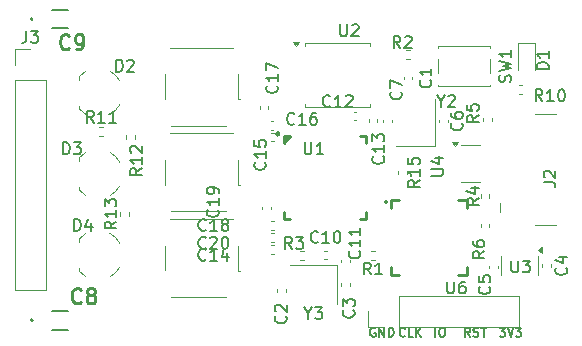
<source format=gbr>
%TF.GenerationSoftware,KiCad,Pcbnew,8.0.7*%
%TF.CreationDate,2025-04-15T10:47:43+02:00*%
%TF.ProjectId,colobus_hardware,636f6c6f-6275-4735-9f68-617264776172,rev?*%
%TF.SameCoordinates,Original*%
%TF.FileFunction,Legend,Top*%
%TF.FilePolarity,Positive*%
%FSLAX46Y46*%
G04 Gerber Fmt 4.6, Leading zero omitted, Abs format (unit mm)*
G04 Created by KiCad (PCBNEW 8.0.7) date 2025-04-15 10:47:43*
%MOMM*%
%LPD*%
G01*
G04 APERTURE LIST*
%ADD10C,0.187500*%
%ADD11C,0.150000*%
%ADD12C,0.254000*%
%ADD13C,0.120000*%
%ADD14C,0.100000*%
%ADD15C,0.250000*%
%ADD16C,0.200000*%
%ADD17C,0.300000*%
G04 APERTURE END LIST*
D10*
X133730497Y-128827035D02*
X133694783Y-128862750D01*
X133694783Y-128862750D02*
X133587640Y-128898464D01*
X133587640Y-128898464D02*
X133516212Y-128898464D01*
X133516212Y-128898464D02*
X133409069Y-128862750D01*
X133409069Y-128862750D02*
X133337640Y-128791321D01*
X133337640Y-128791321D02*
X133301926Y-128719892D01*
X133301926Y-128719892D02*
X133266212Y-128577035D01*
X133266212Y-128577035D02*
X133266212Y-128469892D01*
X133266212Y-128469892D02*
X133301926Y-128327035D01*
X133301926Y-128327035D02*
X133337640Y-128255607D01*
X133337640Y-128255607D02*
X133409069Y-128184178D01*
X133409069Y-128184178D02*
X133516212Y-128148464D01*
X133516212Y-128148464D02*
X133587640Y-128148464D01*
X133587640Y-128148464D02*
X133694783Y-128184178D01*
X133694783Y-128184178D02*
X133730497Y-128219892D01*
X134409069Y-128898464D02*
X134051926Y-128898464D01*
X134051926Y-128898464D02*
X134051926Y-128148464D01*
X134659069Y-128898464D02*
X134659069Y-128148464D01*
X135087640Y-128898464D02*
X134766212Y-128469892D01*
X135087640Y-128148464D02*
X134659069Y-128577035D01*
X141730497Y-128148464D02*
X142194783Y-128148464D01*
X142194783Y-128148464D02*
X141944783Y-128434178D01*
X141944783Y-128434178D02*
X142051926Y-128434178D01*
X142051926Y-128434178D02*
X142123355Y-128469892D01*
X142123355Y-128469892D02*
X142159069Y-128505607D01*
X142159069Y-128505607D02*
X142194783Y-128577035D01*
X142194783Y-128577035D02*
X142194783Y-128755607D01*
X142194783Y-128755607D02*
X142159069Y-128827035D01*
X142159069Y-128827035D02*
X142123355Y-128862750D01*
X142123355Y-128862750D02*
X142051926Y-128898464D01*
X142051926Y-128898464D02*
X141837640Y-128898464D01*
X141837640Y-128898464D02*
X141766212Y-128862750D01*
X141766212Y-128862750D02*
X141730497Y-128827035D01*
X142409069Y-128148464D02*
X142659069Y-128898464D01*
X142659069Y-128898464D02*
X142909069Y-128148464D01*
X143087640Y-128148464D02*
X143551926Y-128148464D01*
X143551926Y-128148464D02*
X143301926Y-128434178D01*
X143301926Y-128434178D02*
X143409069Y-128434178D01*
X143409069Y-128434178D02*
X143480498Y-128469892D01*
X143480498Y-128469892D02*
X143516212Y-128505607D01*
X143516212Y-128505607D02*
X143551926Y-128577035D01*
X143551926Y-128577035D02*
X143551926Y-128755607D01*
X143551926Y-128755607D02*
X143516212Y-128827035D01*
X143516212Y-128827035D02*
X143480498Y-128862750D01*
X143480498Y-128862750D02*
X143409069Y-128898464D01*
X143409069Y-128898464D02*
X143194783Y-128898464D01*
X143194783Y-128898464D02*
X143123355Y-128862750D01*
X143123355Y-128862750D02*
X143087640Y-128827035D01*
X139230497Y-128898464D02*
X138980497Y-128541321D01*
X138801926Y-128898464D02*
X138801926Y-128148464D01*
X138801926Y-128148464D02*
X139087640Y-128148464D01*
X139087640Y-128148464D02*
X139159069Y-128184178D01*
X139159069Y-128184178D02*
X139194783Y-128219892D01*
X139194783Y-128219892D02*
X139230497Y-128291321D01*
X139230497Y-128291321D02*
X139230497Y-128398464D01*
X139230497Y-128398464D02*
X139194783Y-128469892D01*
X139194783Y-128469892D02*
X139159069Y-128505607D01*
X139159069Y-128505607D02*
X139087640Y-128541321D01*
X139087640Y-128541321D02*
X138801926Y-128541321D01*
X139516212Y-128862750D02*
X139623355Y-128898464D01*
X139623355Y-128898464D02*
X139801926Y-128898464D01*
X139801926Y-128898464D02*
X139873355Y-128862750D01*
X139873355Y-128862750D02*
X139909069Y-128827035D01*
X139909069Y-128827035D02*
X139944783Y-128755607D01*
X139944783Y-128755607D02*
X139944783Y-128684178D01*
X139944783Y-128684178D02*
X139909069Y-128612750D01*
X139909069Y-128612750D02*
X139873355Y-128577035D01*
X139873355Y-128577035D02*
X139801926Y-128541321D01*
X139801926Y-128541321D02*
X139659069Y-128505607D01*
X139659069Y-128505607D02*
X139587640Y-128469892D01*
X139587640Y-128469892D02*
X139551926Y-128434178D01*
X139551926Y-128434178D02*
X139516212Y-128362750D01*
X139516212Y-128362750D02*
X139516212Y-128291321D01*
X139516212Y-128291321D02*
X139551926Y-128219892D01*
X139551926Y-128219892D02*
X139587640Y-128184178D01*
X139587640Y-128184178D02*
X139659069Y-128148464D01*
X139659069Y-128148464D02*
X139837640Y-128148464D01*
X139837640Y-128148464D02*
X139944783Y-128184178D01*
X140159069Y-128148464D02*
X140587641Y-128148464D01*
X140373355Y-128898464D02*
X140373355Y-128148464D01*
X131194783Y-128184178D02*
X131123355Y-128148464D01*
X131123355Y-128148464D02*
X131016212Y-128148464D01*
X131016212Y-128148464D02*
X130909069Y-128184178D01*
X130909069Y-128184178D02*
X130837640Y-128255607D01*
X130837640Y-128255607D02*
X130801926Y-128327035D01*
X130801926Y-128327035D02*
X130766212Y-128469892D01*
X130766212Y-128469892D02*
X130766212Y-128577035D01*
X130766212Y-128577035D02*
X130801926Y-128719892D01*
X130801926Y-128719892D02*
X130837640Y-128791321D01*
X130837640Y-128791321D02*
X130909069Y-128862750D01*
X130909069Y-128862750D02*
X131016212Y-128898464D01*
X131016212Y-128898464D02*
X131087640Y-128898464D01*
X131087640Y-128898464D02*
X131194783Y-128862750D01*
X131194783Y-128862750D02*
X131230497Y-128827035D01*
X131230497Y-128827035D02*
X131230497Y-128577035D01*
X131230497Y-128577035D02*
X131087640Y-128577035D01*
X131551926Y-128898464D02*
X131551926Y-128148464D01*
X131551926Y-128148464D02*
X131980497Y-128898464D01*
X131980497Y-128898464D02*
X131980497Y-128148464D01*
X132337640Y-128898464D02*
X132337640Y-128148464D01*
X132337640Y-128148464D02*
X132516211Y-128148464D01*
X132516211Y-128148464D02*
X132623354Y-128184178D01*
X132623354Y-128184178D02*
X132694783Y-128255607D01*
X132694783Y-128255607D02*
X132730497Y-128327035D01*
X132730497Y-128327035D02*
X132766211Y-128469892D01*
X132766211Y-128469892D02*
X132766211Y-128577035D01*
X132766211Y-128577035D02*
X132730497Y-128719892D01*
X132730497Y-128719892D02*
X132694783Y-128791321D01*
X132694783Y-128791321D02*
X132623354Y-128862750D01*
X132623354Y-128862750D02*
X132516211Y-128898464D01*
X132516211Y-128898464D02*
X132337640Y-128898464D01*
X136301926Y-128898464D02*
X136301926Y-128148464D01*
X136801926Y-128148464D02*
X136944783Y-128148464D01*
X136944783Y-128148464D02*
X137016212Y-128184178D01*
X137016212Y-128184178D02*
X137087640Y-128255607D01*
X137087640Y-128255607D02*
X137123355Y-128398464D01*
X137123355Y-128398464D02*
X137123355Y-128648464D01*
X137123355Y-128648464D02*
X137087640Y-128791321D01*
X137087640Y-128791321D02*
X137016212Y-128862750D01*
X137016212Y-128862750D02*
X136944783Y-128898464D01*
X136944783Y-128898464D02*
X136801926Y-128898464D01*
X136801926Y-128898464D02*
X136730498Y-128862750D01*
X136730498Y-128862750D02*
X136659069Y-128791321D01*
X136659069Y-128791321D02*
X136623355Y-128648464D01*
X136623355Y-128648464D02*
X136623355Y-128398464D01*
X136623355Y-128398464D02*
X136659069Y-128255607D01*
X136659069Y-128255607D02*
X136730498Y-128184178D01*
X136730498Y-128184178D02*
X136801926Y-128148464D01*
D11*
X140859580Y-124666666D02*
X140907200Y-124714285D01*
X140907200Y-124714285D02*
X140954819Y-124857142D01*
X140954819Y-124857142D02*
X140954819Y-124952380D01*
X140954819Y-124952380D02*
X140907200Y-125095237D01*
X140907200Y-125095237D02*
X140811961Y-125190475D01*
X140811961Y-125190475D02*
X140716723Y-125238094D01*
X140716723Y-125238094D02*
X140526247Y-125285713D01*
X140526247Y-125285713D02*
X140383390Y-125285713D01*
X140383390Y-125285713D02*
X140192914Y-125238094D01*
X140192914Y-125238094D02*
X140097676Y-125190475D01*
X140097676Y-125190475D02*
X140002438Y-125095237D01*
X140002438Y-125095237D02*
X139954819Y-124952380D01*
X139954819Y-124952380D02*
X139954819Y-124857142D01*
X139954819Y-124857142D02*
X140002438Y-124714285D01*
X140002438Y-124714285D02*
X140050057Y-124666666D01*
X139954819Y-123761904D02*
X139954819Y-124238094D01*
X139954819Y-124238094D02*
X140431009Y-124285713D01*
X140431009Y-124285713D02*
X140383390Y-124238094D01*
X140383390Y-124238094D02*
X140335771Y-124142856D01*
X140335771Y-124142856D02*
X140335771Y-123904761D01*
X140335771Y-123904761D02*
X140383390Y-123809523D01*
X140383390Y-123809523D02*
X140431009Y-123761904D01*
X140431009Y-123761904D02*
X140526247Y-123714285D01*
X140526247Y-123714285D02*
X140764342Y-123714285D01*
X140764342Y-123714285D02*
X140859580Y-123761904D01*
X140859580Y-123761904D02*
X140907200Y-123809523D01*
X140907200Y-123809523D02*
X140954819Y-123904761D01*
X140954819Y-123904761D02*
X140954819Y-124142856D01*
X140954819Y-124142856D02*
X140907200Y-124238094D01*
X140907200Y-124238094D02*
X140859580Y-124285713D01*
X123609580Y-127146666D02*
X123657200Y-127194285D01*
X123657200Y-127194285D02*
X123704819Y-127337142D01*
X123704819Y-127337142D02*
X123704819Y-127432380D01*
X123704819Y-127432380D02*
X123657200Y-127575237D01*
X123657200Y-127575237D02*
X123561961Y-127670475D01*
X123561961Y-127670475D02*
X123466723Y-127718094D01*
X123466723Y-127718094D02*
X123276247Y-127765713D01*
X123276247Y-127765713D02*
X123133390Y-127765713D01*
X123133390Y-127765713D02*
X122942914Y-127718094D01*
X122942914Y-127718094D02*
X122847676Y-127670475D01*
X122847676Y-127670475D02*
X122752438Y-127575237D01*
X122752438Y-127575237D02*
X122704819Y-127432380D01*
X122704819Y-127432380D02*
X122704819Y-127337142D01*
X122704819Y-127337142D02*
X122752438Y-127194285D01*
X122752438Y-127194285D02*
X122800057Y-127146666D01*
X122800057Y-126765713D02*
X122752438Y-126718094D01*
X122752438Y-126718094D02*
X122704819Y-126622856D01*
X122704819Y-126622856D02*
X122704819Y-126384761D01*
X122704819Y-126384761D02*
X122752438Y-126289523D01*
X122752438Y-126289523D02*
X122800057Y-126241904D01*
X122800057Y-126241904D02*
X122895295Y-126194285D01*
X122895295Y-126194285D02*
X122990533Y-126194285D01*
X122990533Y-126194285D02*
X123133390Y-126241904D01*
X123133390Y-126241904D02*
X123704819Y-126813332D01*
X123704819Y-126813332D02*
X123704819Y-126194285D01*
X127377142Y-109359580D02*
X127329523Y-109407200D01*
X127329523Y-109407200D02*
X127186666Y-109454819D01*
X127186666Y-109454819D02*
X127091428Y-109454819D01*
X127091428Y-109454819D02*
X126948571Y-109407200D01*
X126948571Y-109407200D02*
X126853333Y-109311961D01*
X126853333Y-109311961D02*
X126805714Y-109216723D01*
X126805714Y-109216723D02*
X126758095Y-109026247D01*
X126758095Y-109026247D02*
X126758095Y-108883390D01*
X126758095Y-108883390D02*
X126805714Y-108692914D01*
X126805714Y-108692914D02*
X126853333Y-108597676D01*
X126853333Y-108597676D02*
X126948571Y-108502438D01*
X126948571Y-108502438D02*
X127091428Y-108454819D01*
X127091428Y-108454819D02*
X127186666Y-108454819D01*
X127186666Y-108454819D02*
X127329523Y-108502438D01*
X127329523Y-108502438D02*
X127377142Y-108550057D01*
X128329523Y-109454819D02*
X127758095Y-109454819D01*
X128043809Y-109454819D02*
X128043809Y-108454819D01*
X128043809Y-108454819D02*
X127948571Y-108597676D01*
X127948571Y-108597676D02*
X127853333Y-108692914D01*
X127853333Y-108692914D02*
X127758095Y-108740533D01*
X128710476Y-108550057D02*
X128758095Y-108502438D01*
X128758095Y-108502438D02*
X128853333Y-108454819D01*
X128853333Y-108454819D02*
X129091428Y-108454819D01*
X129091428Y-108454819D02*
X129186666Y-108502438D01*
X129186666Y-108502438D02*
X129234285Y-108550057D01*
X129234285Y-108550057D02*
X129281904Y-108645295D01*
X129281904Y-108645295D02*
X129281904Y-108740533D01*
X129281904Y-108740533D02*
X129234285Y-108883390D01*
X129234285Y-108883390D02*
X128662857Y-109454819D01*
X128662857Y-109454819D02*
X129281904Y-109454819D01*
X109261905Y-106454819D02*
X109261905Y-105454819D01*
X109261905Y-105454819D02*
X109500000Y-105454819D01*
X109500000Y-105454819D02*
X109642857Y-105502438D01*
X109642857Y-105502438D02*
X109738095Y-105597676D01*
X109738095Y-105597676D02*
X109785714Y-105692914D01*
X109785714Y-105692914D02*
X109833333Y-105883390D01*
X109833333Y-105883390D02*
X109833333Y-106026247D01*
X109833333Y-106026247D02*
X109785714Y-106216723D01*
X109785714Y-106216723D02*
X109738095Y-106311961D01*
X109738095Y-106311961D02*
X109642857Y-106407200D01*
X109642857Y-106407200D02*
X109500000Y-106454819D01*
X109500000Y-106454819D02*
X109261905Y-106454819D01*
X110214286Y-105550057D02*
X110261905Y-105502438D01*
X110261905Y-105502438D02*
X110357143Y-105454819D01*
X110357143Y-105454819D02*
X110595238Y-105454819D01*
X110595238Y-105454819D02*
X110690476Y-105502438D01*
X110690476Y-105502438D02*
X110738095Y-105550057D01*
X110738095Y-105550057D02*
X110785714Y-105645295D01*
X110785714Y-105645295D02*
X110785714Y-105740533D01*
X110785714Y-105740533D02*
X110738095Y-105883390D01*
X110738095Y-105883390D02*
X110166667Y-106454819D01*
X110166667Y-106454819D02*
X110785714Y-106454819D01*
X109284819Y-119152857D02*
X108808628Y-119486190D01*
X109284819Y-119724285D02*
X108284819Y-119724285D01*
X108284819Y-119724285D02*
X108284819Y-119343333D01*
X108284819Y-119343333D02*
X108332438Y-119248095D01*
X108332438Y-119248095D02*
X108380057Y-119200476D01*
X108380057Y-119200476D02*
X108475295Y-119152857D01*
X108475295Y-119152857D02*
X108618152Y-119152857D01*
X108618152Y-119152857D02*
X108713390Y-119200476D01*
X108713390Y-119200476D02*
X108761009Y-119248095D01*
X108761009Y-119248095D02*
X108808628Y-119343333D01*
X108808628Y-119343333D02*
X108808628Y-119724285D01*
X109284819Y-118200476D02*
X109284819Y-118771904D01*
X109284819Y-118486190D02*
X108284819Y-118486190D01*
X108284819Y-118486190D02*
X108427676Y-118581428D01*
X108427676Y-118581428D02*
X108522914Y-118676666D01*
X108522914Y-118676666D02*
X108570533Y-118771904D01*
X108284819Y-117867142D02*
X108284819Y-117248095D01*
X108284819Y-117248095D02*
X108665771Y-117581428D01*
X108665771Y-117581428D02*
X108665771Y-117438571D01*
X108665771Y-117438571D02*
X108713390Y-117343333D01*
X108713390Y-117343333D02*
X108761009Y-117295714D01*
X108761009Y-117295714D02*
X108856247Y-117248095D01*
X108856247Y-117248095D02*
X109094342Y-117248095D01*
X109094342Y-117248095D02*
X109189580Y-117295714D01*
X109189580Y-117295714D02*
X109237200Y-117343333D01*
X109237200Y-117343333D02*
X109284819Y-117438571D01*
X109284819Y-117438571D02*
X109284819Y-117724285D01*
X109284819Y-117724285D02*
X109237200Y-117819523D01*
X109237200Y-117819523D02*
X109189580Y-117867142D01*
X135859580Y-107166666D02*
X135907200Y-107214285D01*
X135907200Y-107214285D02*
X135954819Y-107357142D01*
X135954819Y-107357142D02*
X135954819Y-107452380D01*
X135954819Y-107452380D02*
X135907200Y-107595237D01*
X135907200Y-107595237D02*
X135811961Y-107690475D01*
X135811961Y-107690475D02*
X135716723Y-107738094D01*
X135716723Y-107738094D02*
X135526247Y-107785713D01*
X135526247Y-107785713D02*
X135383390Y-107785713D01*
X135383390Y-107785713D02*
X135192914Y-107738094D01*
X135192914Y-107738094D02*
X135097676Y-107690475D01*
X135097676Y-107690475D02*
X135002438Y-107595237D01*
X135002438Y-107595237D02*
X134954819Y-107452380D01*
X134954819Y-107452380D02*
X134954819Y-107357142D01*
X134954819Y-107357142D02*
X135002438Y-107214285D01*
X135002438Y-107214285D02*
X135050057Y-107166666D01*
X135954819Y-106214285D02*
X135954819Y-106785713D01*
X135954819Y-106499999D02*
X134954819Y-106499999D01*
X134954819Y-106499999D02*
X135097676Y-106595237D01*
X135097676Y-106595237D02*
X135192914Y-106690475D01*
X135192914Y-106690475D02*
X135240533Y-106785713D01*
X125238095Y-112454819D02*
X125238095Y-113264342D01*
X125238095Y-113264342D02*
X125285714Y-113359580D01*
X125285714Y-113359580D02*
X125333333Y-113407200D01*
X125333333Y-113407200D02*
X125428571Y-113454819D01*
X125428571Y-113454819D02*
X125619047Y-113454819D01*
X125619047Y-113454819D02*
X125714285Y-113407200D01*
X125714285Y-113407200D02*
X125761904Y-113359580D01*
X125761904Y-113359580D02*
X125809523Y-113264342D01*
X125809523Y-113264342D02*
X125809523Y-112454819D01*
X126809523Y-113454819D02*
X126238095Y-113454819D01*
X126523809Y-113454819D02*
X126523809Y-112454819D01*
X126523809Y-112454819D02*
X126428571Y-112597676D01*
X126428571Y-112597676D02*
X126333333Y-112692914D01*
X126333333Y-112692914D02*
X126238095Y-112740533D01*
X105721905Y-119954819D02*
X105721905Y-118954819D01*
X105721905Y-118954819D02*
X105960000Y-118954819D01*
X105960000Y-118954819D02*
X106102857Y-119002438D01*
X106102857Y-119002438D02*
X106198095Y-119097676D01*
X106198095Y-119097676D02*
X106245714Y-119192914D01*
X106245714Y-119192914D02*
X106293333Y-119383390D01*
X106293333Y-119383390D02*
X106293333Y-119526247D01*
X106293333Y-119526247D02*
X106245714Y-119716723D01*
X106245714Y-119716723D02*
X106198095Y-119811961D01*
X106198095Y-119811961D02*
X106102857Y-119907200D01*
X106102857Y-119907200D02*
X105960000Y-119954819D01*
X105960000Y-119954819D02*
X105721905Y-119954819D01*
X107150476Y-119288152D02*
X107150476Y-119954819D01*
X106912381Y-118907200D02*
X106674286Y-119621485D01*
X106674286Y-119621485D02*
X107293333Y-119621485D01*
D12*
X106288333Y-125953365D02*
X106227857Y-126013842D01*
X106227857Y-126013842D02*
X106046428Y-126074318D01*
X106046428Y-126074318D02*
X105925476Y-126074318D01*
X105925476Y-126074318D02*
X105744047Y-126013842D01*
X105744047Y-126013842D02*
X105623095Y-125892889D01*
X105623095Y-125892889D02*
X105562618Y-125771937D01*
X105562618Y-125771937D02*
X105502142Y-125530032D01*
X105502142Y-125530032D02*
X105502142Y-125348603D01*
X105502142Y-125348603D02*
X105562618Y-125106699D01*
X105562618Y-125106699D02*
X105623095Y-124985746D01*
X105623095Y-124985746D02*
X105744047Y-124864794D01*
X105744047Y-124864794D02*
X105925476Y-124804318D01*
X105925476Y-124804318D02*
X106046428Y-124804318D01*
X106046428Y-124804318D02*
X106227857Y-124864794D01*
X106227857Y-124864794D02*
X106288333Y-124925270D01*
X107014047Y-125348603D02*
X106893095Y-125288127D01*
X106893095Y-125288127D02*
X106832618Y-125227651D01*
X106832618Y-125227651D02*
X106772142Y-125106699D01*
X106772142Y-125106699D02*
X106772142Y-125046222D01*
X106772142Y-125046222D02*
X106832618Y-124925270D01*
X106832618Y-124925270D02*
X106893095Y-124864794D01*
X106893095Y-124864794D02*
X107014047Y-124804318D01*
X107014047Y-124804318D02*
X107255952Y-124804318D01*
X107255952Y-124804318D02*
X107376904Y-124864794D01*
X107376904Y-124864794D02*
X107437380Y-124925270D01*
X107437380Y-124925270D02*
X107497857Y-125046222D01*
X107497857Y-125046222D02*
X107497857Y-125106699D01*
X107497857Y-125106699D02*
X107437380Y-125227651D01*
X107437380Y-125227651D02*
X107376904Y-125288127D01*
X107376904Y-125288127D02*
X107255952Y-125348603D01*
X107255952Y-125348603D02*
X107014047Y-125348603D01*
X107014047Y-125348603D02*
X106893095Y-125409080D01*
X106893095Y-125409080D02*
X106832618Y-125469556D01*
X106832618Y-125469556D02*
X106772142Y-125590508D01*
X106772142Y-125590508D02*
X106772142Y-125832413D01*
X106772142Y-125832413D02*
X106832618Y-125953365D01*
X106832618Y-125953365D02*
X106893095Y-126013842D01*
X106893095Y-126013842D02*
X107014047Y-126074318D01*
X107014047Y-126074318D02*
X107255952Y-126074318D01*
X107255952Y-126074318D02*
X107376904Y-126013842D01*
X107376904Y-126013842D02*
X107437380Y-125953365D01*
X107437380Y-125953365D02*
X107497857Y-125832413D01*
X107497857Y-125832413D02*
X107497857Y-125590508D01*
X107497857Y-125590508D02*
X107437380Y-125469556D01*
X107437380Y-125469556D02*
X107376904Y-125409080D01*
X107376904Y-125409080D02*
X107255952Y-125348603D01*
D11*
X124357142Y-110859580D02*
X124309523Y-110907200D01*
X124309523Y-110907200D02*
X124166666Y-110954819D01*
X124166666Y-110954819D02*
X124071428Y-110954819D01*
X124071428Y-110954819D02*
X123928571Y-110907200D01*
X123928571Y-110907200D02*
X123833333Y-110811961D01*
X123833333Y-110811961D02*
X123785714Y-110716723D01*
X123785714Y-110716723D02*
X123738095Y-110526247D01*
X123738095Y-110526247D02*
X123738095Y-110383390D01*
X123738095Y-110383390D02*
X123785714Y-110192914D01*
X123785714Y-110192914D02*
X123833333Y-110097676D01*
X123833333Y-110097676D02*
X123928571Y-110002438D01*
X123928571Y-110002438D02*
X124071428Y-109954819D01*
X124071428Y-109954819D02*
X124166666Y-109954819D01*
X124166666Y-109954819D02*
X124309523Y-110002438D01*
X124309523Y-110002438D02*
X124357142Y-110050057D01*
X125309523Y-110954819D02*
X124738095Y-110954819D01*
X125023809Y-110954819D02*
X125023809Y-109954819D01*
X125023809Y-109954819D02*
X124928571Y-110097676D01*
X124928571Y-110097676D02*
X124833333Y-110192914D01*
X124833333Y-110192914D02*
X124738095Y-110240533D01*
X126166666Y-109954819D02*
X125976190Y-109954819D01*
X125976190Y-109954819D02*
X125880952Y-110002438D01*
X125880952Y-110002438D02*
X125833333Y-110050057D01*
X125833333Y-110050057D02*
X125738095Y-110192914D01*
X125738095Y-110192914D02*
X125690476Y-110383390D01*
X125690476Y-110383390D02*
X125690476Y-110764342D01*
X125690476Y-110764342D02*
X125738095Y-110859580D01*
X125738095Y-110859580D02*
X125785714Y-110907200D01*
X125785714Y-110907200D02*
X125880952Y-110954819D01*
X125880952Y-110954819D02*
X126071428Y-110954819D01*
X126071428Y-110954819D02*
X126166666Y-110907200D01*
X126166666Y-110907200D02*
X126214285Y-110859580D01*
X126214285Y-110859580D02*
X126261904Y-110764342D01*
X126261904Y-110764342D02*
X126261904Y-110526247D01*
X126261904Y-110526247D02*
X126214285Y-110431009D01*
X126214285Y-110431009D02*
X126166666Y-110383390D01*
X126166666Y-110383390D02*
X126071428Y-110335771D01*
X126071428Y-110335771D02*
X125880952Y-110335771D01*
X125880952Y-110335771D02*
X125785714Y-110383390D01*
X125785714Y-110383390D02*
X125738095Y-110431009D01*
X125738095Y-110431009D02*
X125690476Y-110526247D01*
X128238095Y-102454819D02*
X128238095Y-103264342D01*
X128238095Y-103264342D02*
X128285714Y-103359580D01*
X128285714Y-103359580D02*
X128333333Y-103407200D01*
X128333333Y-103407200D02*
X128428571Y-103454819D01*
X128428571Y-103454819D02*
X128619047Y-103454819D01*
X128619047Y-103454819D02*
X128714285Y-103407200D01*
X128714285Y-103407200D02*
X128761904Y-103359580D01*
X128761904Y-103359580D02*
X128809523Y-103264342D01*
X128809523Y-103264342D02*
X128809523Y-102454819D01*
X129238095Y-102550057D02*
X129285714Y-102502438D01*
X129285714Y-102502438D02*
X129380952Y-102454819D01*
X129380952Y-102454819D02*
X129619047Y-102454819D01*
X129619047Y-102454819D02*
X129714285Y-102502438D01*
X129714285Y-102502438D02*
X129761904Y-102550057D01*
X129761904Y-102550057D02*
X129809523Y-102645295D01*
X129809523Y-102645295D02*
X129809523Y-102740533D01*
X129809523Y-102740533D02*
X129761904Y-102883390D01*
X129761904Y-102883390D02*
X129190476Y-103454819D01*
X129190476Y-103454819D02*
X129809523Y-103454819D01*
D12*
X105288333Y-104453365D02*
X105227857Y-104513842D01*
X105227857Y-104513842D02*
X105046428Y-104574318D01*
X105046428Y-104574318D02*
X104925476Y-104574318D01*
X104925476Y-104574318D02*
X104744047Y-104513842D01*
X104744047Y-104513842D02*
X104623095Y-104392889D01*
X104623095Y-104392889D02*
X104562618Y-104271937D01*
X104562618Y-104271937D02*
X104502142Y-104030032D01*
X104502142Y-104030032D02*
X104502142Y-103848603D01*
X104502142Y-103848603D02*
X104562618Y-103606699D01*
X104562618Y-103606699D02*
X104623095Y-103485746D01*
X104623095Y-103485746D02*
X104744047Y-103364794D01*
X104744047Y-103364794D02*
X104925476Y-103304318D01*
X104925476Y-103304318D02*
X105046428Y-103304318D01*
X105046428Y-103304318D02*
X105227857Y-103364794D01*
X105227857Y-103364794D02*
X105288333Y-103425270D01*
X105893095Y-104574318D02*
X106134999Y-104574318D01*
X106134999Y-104574318D02*
X106255952Y-104513842D01*
X106255952Y-104513842D02*
X106316428Y-104453365D01*
X106316428Y-104453365D02*
X106437380Y-104271937D01*
X106437380Y-104271937D02*
X106497857Y-104030032D01*
X106497857Y-104030032D02*
X106497857Y-103546222D01*
X106497857Y-103546222D02*
X106437380Y-103425270D01*
X106437380Y-103425270D02*
X106376904Y-103364794D01*
X106376904Y-103364794D02*
X106255952Y-103304318D01*
X106255952Y-103304318D02*
X106014047Y-103304318D01*
X106014047Y-103304318D02*
X105893095Y-103364794D01*
X105893095Y-103364794D02*
X105832618Y-103425270D01*
X105832618Y-103425270D02*
X105772142Y-103546222D01*
X105772142Y-103546222D02*
X105772142Y-103848603D01*
X105772142Y-103848603D02*
X105832618Y-103969556D01*
X105832618Y-103969556D02*
X105893095Y-104030032D01*
X105893095Y-104030032D02*
X106014047Y-104090508D01*
X106014047Y-104090508D02*
X106255952Y-104090508D01*
X106255952Y-104090508D02*
X106376904Y-104030032D01*
X106376904Y-104030032D02*
X106437380Y-103969556D01*
X106437380Y-103969556D02*
X106497857Y-103848603D01*
D11*
X139954819Y-110166666D02*
X139478628Y-110499999D01*
X139954819Y-110738094D02*
X138954819Y-110738094D01*
X138954819Y-110738094D02*
X138954819Y-110357142D01*
X138954819Y-110357142D02*
X139002438Y-110261904D01*
X139002438Y-110261904D02*
X139050057Y-110214285D01*
X139050057Y-110214285D02*
X139145295Y-110166666D01*
X139145295Y-110166666D02*
X139288152Y-110166666D01*
X139288152Y-110166666D02*
X139383390Y-110214285D01*
X139383390Y-110214285D02*
X139431009Y-110261904D01*
X139431009Y-110261904D02*
X139478628Y-110357142D01*
X139478628Y-110357142D02*
X139478628Y-110738094D01*
X138954819Y-109261904D02*
X138954819Y-109738094D01*
X138954819Y-109738094D02*
X139431009Y-109785713D01*
X139431009Y-109785713D02*
X139383390Y-109738094D01*
X139383390Y-109738094D02*
X139335771Y-109642856D01*
X139335771Y-109642856D02*
X139335771Y-109404761D01*
X139335771Y-109404761D02*
X139383390Y-109309523D01*
X139383390Y-109309523D02*
X139431009Y-109261904D01*
X139431009Y-109261904D02*
X139526247Y-109214285D01*
X139526247Y-109214285D02*
X139764342Y-109214285D01*
X139764342Y-109214285D02*
X139859580Y-109261904D01*
X139859580Y-109261904D02*
X139907200Y-109309523D01*
X139907200Y-109309523D02*
X139954819Y-109404761D01*
X139954819Y-109404761D02*
X139954819Y-109642856D01*
X139954819Y-109642856D02*
X139907200Y-109738094D01*
X139907200Y-109738094D02*
X139859580Y-109785713D01*
X142657200Y-107333332D02*
X142704819Y-107190475D01*
X142704819Y-107190475D02*
X142704819Y-106952380D01*
X142704819Y-106952380D02*
X142657200Y-106857142D01*
X142657200Y-106857142D02*
X142609580Y-106809523D01*
X142609580Y-106809523D02*
X142514342Y-106761904D01*
X142514342Y-106761904D02*
X142419104Y-106761904D01*
X142419104Y-106761904D02*
X142323866Y-106809523D01*
X142323866Y-106809523D02*
X142276247Y-106857142D01*
X142276247Y-106857142D02*
X142228628Y-106952380D01*
X142228628Y-106952380D02*
X142181009Y-107142856D01*
X142181009Y-107142856D02*
X142133390Y-107238094D01*
X142133390Y-107238094D02*
X142085771Y-107285713D01*
X142085771Y-107285713D02*
X141990533Y-107333332D01*
X141990533Y-107333332D02*
X141895295Y-107333332D01*
X141895295Y-107333332D02*
X141800057Y-107285713D01*
X141800057Y-107285713D02*
X141752438Y-107238094D01*
X141752438Y-107238094D02*
X141704819Y-107142856D01*
X141704819Y-107142856D02*
X141704819Y-106904761D01*
X141704819Y-106904761D02*
X141752438Y-106761904D01*
X141704819Y-106428570D02*
X142704819Y-106190475D01*
X142704819Y-106190475D02*
X141990533Y-105999999D01*
X141990533Y-105999999D02*
X142704819Y-105809523D01*
X142704819Y-105809523D02*
X141704819Y-105571428D01*
X142704819Y-104666666D02*
X142704819Y-105238094D01*
X142704819Y-104952380D02*
X141704819Y-104952380D01*
X141704819Y-104952380D02*
X141847676Y-105047618D01*
X141847676Y-105047618D02*
X141942914Y-105142856D01*
X141942914Y-105142856D02*
X141990533Y-105238094D01*
X124143333Y-121454819D02*
X123810000Y-120978628D01*
X123571905Y-121454819D02*
X123571905Y-120454819D01*
X123571905Y-120454819D02*
X123952857Y-120454819D01*
X123952857Y-120454819D02*
X124048095Y-120502438D01*
X124048095Y-120502438D02*
X124095714Y-120550057D01*
X124095714Y-120550057D02*
X124143333Y-120645295D01*
X124143333Y-120645295D02*
X124143333Y-120788152D01*
X124143333Y-120788152D02*
X124095714Y-120883390D01*
X124095714Y-120883390D02*
X124048095Y-120931009D01*
X124048095Y-120931009D02*
X123952857Y-120978628D01*
X123952857Y-120978628D02*
X123571905Y-120978628D01*
X124476667Y-120454819D02*
X125095714Y-120454819D01*
X125095714Y-120454819D02*
X124762381Y-120835771D01*
X124762381Y-120835771D02*
X124905238Y-120835771D01*
X124905238Y-120835771D02*
X125000476Y-120883390D01*
X125000476Y-120883390D02*
X125048095Y-120931009D01*
X125048095Y-120931009D02*
X125095714Y-121026247D01*
X125095714Y-121026247D02*
X125095714Y-121264342D01*
X125095714Y-121264342D02*
X125048095Y-121359580D01*
X125048095Y-121359580D02*
X125000476Y-121407200D01*
X125000476Y-121407200D02*
X124905238Y-121454819D01*
X124905238Y-121454819D02*
X124619524Y-121454819D01*
X124619524Y-121454819D02*
X124524286Y-121407200D01*
X124524286Y-121407200D02*
X124476667Y-121359580D01*
X139954819Y-117166666D02*
X139478628Y-117499999D01*
X139954819Y-117738094D02*
X138954819Y-117738094D01*
X138954819Y-117738094D02*
X138954819Y-117357142D01*
X138954819Y-117357142D02*
X139002438Y-117261904D01*
X139002438Y-117261904D02*
X139050057Y-117214285D01*
X139050057Y-117214285D02*
X139145295Y-117166666D01*
X139145295Y-117166666D02*
X139288152Y-117166666D01*
X139288152Y-117166666D02*
X139383390Y-117214285D01*
X139383390Y-117214285D02*
X139431009Y-117261904D01*
X139431009Y-117261904D02*
X139478628Y-117357142D01*
X139478628Y-117357142D02*
X139478628Y-117738094D01*
X139288152Y-116309523D02*
X139954819Y-116309523D01*
X138907200Y-116547618D02*
X139621485Y-116785713D01*
X139621485Y-116785713D02*
X139621485Y-116166666D01*
X126357142Y-120859580D02*
X126309523Y-120907200D01*
X126309523Y-120907200D02*
X126166666Y-120954819D01*
X126166666Y-120954819D02*
X126071428Y-120954819D01*
X126071428Y-120954819D02*
X125928571Y-120907200D01*
X125928571Y-120907200D02*
X125833333Y-120811961D01*
X125833333Y-120811961D02*
X125785714Y-120716723D01*
X125785714Y-120716723D02*
X125738095Y-120526247D01*
X125738095Y-120526247D02*
X125738095Y-120383390D01*
X125738095Y-120383390D02*
X125785714Y-120192914D01*
X125785714Y-120192914D02*
X125833333Y-120097676D01*
X125833333Y-120097676D02*
X125928571Y-120002438D01*
X125928571Y-120002438D02*
X126071428Y-119954819D01*
X126071428Y-119954819D02*
X126166666Y-119954819D01*
X126166666Y-119954819D02*
X126309523Y-120002438D01*
X126309523Y-120002438D02*
X126357142Y-120050057D01*
X127309523Y-120954819D02*
X126738095Y-120954819D01*
X127023809Y-120954819D02*
X127023809Y-119954819D01*
X127023809Y-119954819D02*
X126928571Y-120097676D01*
X126928571Y-120097676D02*
X126833333Y-120192914D01*
X126833333Y-120192914D02*
X126738095Y-120240533D01*
X127928571Y-119954819D02*
X128023809Y-119954819D01*
X128023809Y-119954819D02*
X128119047Y-120002438D01*
X128119047Y-120002438D02*
X128166666Y-120050057D01*
X128166666Y-120050057D02*
X128214285Y-120145295D01*
X128214285Y-120145295D02*
X128261904Y-120335771D01*
X128261904Y-120335771D02*
X128261904Y-120573866D01*
X128261904Y-120573866D02*
X128214285Y-120764342D01*
X128214285Y-120764342D02*
X128166666Y-120859580D01*
X128166666Y-120859580D02*
X128119047Y-120907200D01*
X128119047Y-120907200D02*
X128023809Y-120954819D01*
X128023809Y-120954819D02*
X127928571Y-120954819D01*
X127928571Y-120954819D02*
X127833333Y-120907200D01*
X127833333Y-120907200D02*
X127785714Y-120859580D01*
X127785714Y-120859580D02*
X127738095Y-120764342D01*
X127738095Y-120764342D02*
X127690476Y-120573866D01*
X127690476Y-120573866D02*
X127690476Y-120335771D01*
X127690476Y-120335771D02*
X127738095Y-120145295D01*
X127738095Y-120145295D02*
X127785714Y-120050057D01*
X127785714Y-120050057D02*
X127833333Y-120002438D01*
X127833333Y-120002438D02*
X127928571Y-119954819D01*
X107357142Y-110784819D02*
X107023809Y-110308628D01*
X106785714Y-110784819D02*
X106785714Y-109784819D01*
X106785714Y-109784819D02*
X107166666Y-109784819D01*
X107166666Y-109784819D02*
X107261904Y-109832438D01*
X107261904Y-109832438D02*
X107309523Y-109880057D01*
X107309523Y-109880057D02*
X107357142Y-109975295D01*
X107357142Y-109975295D02*
X107357142Y-110118152D01*
X107357142Y-110118152D02*
X107309523Y-110213390D01*
X107309523Y-110213390D02*
X107261904Y-110261009D01*
X107261904Y-110261009D02*
X107166666Y-110308628D01*
X107166666Y-110308628D02*
X106785714Y-110308628D01*
X108309523Y-110784819D02*
X107738095Y-110784819D01*
X108023809Y-110784819D02*
X108023809Y-109784819D01*
X108023809Y-109784819D02*
X107928571Y-109927676D01*
X107928571Y-109927676D02*
X107833333Y-110022914D01*
X107833333Y-110022914D02*
X107738095Y-110070533D01*
X109261904Y-110784819D02*
X108690476Y-110784819D01*
X108976190Y-110784819D02*
X108976190Y-109784819D01*
X108976190Y-109784819D02*
X108880952Y-109927676D01*
X108880952Y-109927676D02*
X108785714Y-110022914D01*
X108785714Y-110022914D02*
X108690476Y-110070533D01*
X147359580Y-123054166D02*
X147407200Y-123101785D01*
X147407200Y-123101785D02*
X147454819Y-123244642D01*
X147454819Y-123244642D02*
X147454819Y-123339880D01*
X147454819Y-123339880D02*
X147407200Y-123482737D01*
X147407200Y-123482737D02*
X147311961Y-123577975D01*
X147311961Y-123577975D02*
X147216723Y-123625594D01*
X147216723Y-123625594D02*
X147026247Y-123673213D01*
X147026247Y-123673213D02*
X146883390Y-123673213D01*
X146883390Y-123673213D02*
X146692914Y-123625594D01*
X146692914Y-123625594D02*
X146597676Y-123577975D01*
X146597676Y-123577975D02*
X146502438Y-123482737D01*
X146502438Y-123482737D02*
X146454819Y-123339880D01*
X146454819Y-123339880D02*
X146454819Y-123244642D01*
X146454819Y-123244642D02*
X146502438Y-123101785D01*
X146502438Y-123101785D02*
X146550057Y-123054166D01*
X146788152Y-122197023D02*
X147454819Y-122197023D01*
X146407200Y-122435118D02*
X147121485Y-122673213D01*
X147121485Y-122673213D02*
X147121485Y-122054166D01*
X121859580Y-114142857D02*
X121907200Y-114190476D01*
X121907200Y-114190476D02*
X121954819Y-114333333D01*
X121954819Y-114333333D02*
X121954819Y-114428571D01*
X121954819Y-114428571D02*
X121907200Y-114571428D01*
X121907200Y-114571428D02*
X121811961Y-114666666D01*
X121811961Y-114666666D02*
X121716723Y-114714285D01*
X121716723Y-114714285D02*
X121526247Y-114761904D01*
X121526247Y-114761904D02*
X121383390Y-114761904D01*
X121383390Y-114761904D02*
X121192914Y-114714285D01*
X121192914Y-114714285D02*
X121097676Y-114666666D01*
X121097676Y-114666666D02*
X121002438Y-114571428D01*
X121002438Y-114571428D02*
X120954819Y-114428571D01*
X120954819Y-114428571D02*
X120954819Y-114333333D01*
X120954819Y-114333333D02*
X121002438Y-114190476D01*
X121002438Y-114190476D02*
X121050057Y-114142857D01*
X121954819Y-113190476D02*
X121954819Y-113761904D01*
X121954819Y-113476190D02*
X120954819Y-113476190D01*
X120954819Y-113476190D02*
X121097676Y-113571428D01*
X121097676Y-113571428D02*
X121192914Y-113666666D01*
X121192914Y-113666666D02*
X121240533Y-113761904D01*
X120954819Y-112285714D02*
X120954819Y-112761904D01*
X120954819Y-112761904D02*
X121431009Y-112809523D01*
X121431009Y-112809523D02*
X121383390Y-112761904D01*
X121383390Y-112761904D02*
X121335771Y-112666666D01*
X121335771Y-112666666D02*
X121335771Y-112428571D01*
X121335771Y-112428571D02*
X121383390Y-112333333D01*
X121383390Y-112333333D02*
X121431009Y-112285714D01*
X121431009Y-112285714D02*
X121526247Y-112238095D01*
X121526247Y-112238095D02*
X121764342Y-112238095D01*
X121764342Y-112238095D02*
X121859580Y-112285714D01*
X121859580Y-112285714D02*
X121907200Y-112333333D01*
X121907200Y-112333333D02*
X121954819Y-112428571D01*
X121954819Y-112428571D02*
X121954819Y-112666666D01*
X121954819Y-112666666D02*
X121907200Y-112761904D01*
X121907200Y-112761904D02*
X121859580Y-112809523D01*
X129859580Y-121642857D02*
X129907200Y-121690476D01*
X129907200Y-121690476D02*
X129954819Y-121833333D01*
X129954819Y-121833333D02*
X129954819Y-121928571D01*
X129954819Y-121928571D02*
X129907200Y-122071428D01*
X129907200Y-122071428D02*
X129811961Y-122166666D01*
X129811961Y-122166666D02*
X129716723Y-122214285D01*
X129716723Y-122214285D02*
X129526247Y-122261904D01*
X129526247Y-122261904D02*
X129383390Y-122261904D01*
X129383390Y-122261904D02*
X129192914Y-122214285D01*
X129192914Y-122214285D02*
X129097676Y-122166666D01*
X129097676Y-122166666D02*
X129002438Y-122071428D01*
X129002438Y-122071428D02*
X128954819Y-121928571D01*
X128954819Y-121928571D02*
X128954819Y-121833333D01*
X128954819Y-121833333D02*
X129002438Y-121690476D01*
X129002438Y-121690476D02*
X129050057Y-121642857D01*
X129954819Y-120690476D02*
X129954819Y-121261904D01*
X129954819Y-120976190D02*
X128954819Y-120976190D01*
X128954819Y-120976190D02*
X129097676Y-121071428D01*
X129097676Y-121071428D02*
X129192914Y-121166666D01*
X129192914Y-121166666D02*
X129240533Y-121261904D01*
X129954819Y-119738095D02*
X129954819Y-120309523D01*
X129954819Y-120023809D02*
X128954819Y-120023809D01*
X128954819Y-120023809D02*
X129097676Y-120119047D01*
X129097676Y-120119047D02*
X129192914Y-120214285D01*
X129192914Y-120214285D02*
X129240533Y-120309523D01*
X101666666Y-102999819D02*
X101666666Y-103714104D01*
X101666666Y-103714104D02*
X101619047Y-103856961D01*
X101619047Y-103856961D02*
X101523809Y-103952200D01*
X101523809Y-103952200D02*
X101380952Y-103999819D01*
X101380952Y-103999819D02*
X101285714Y-103999819D01*
X102047619Y-102999819D02*
X102666666Y-102999819D01*
X102666666Y-102999819D02*
X102333333Y-103380771D01*
X102333333Y-103380771D02*
X102476190Y-103380771D01*
X102476190Y-103380771D02*
X102571428Y-103428390D01*
X102571428Y-103428390D02*
X102619047Y-103476009D01*
X102619047Y-103476009D02*
X102666666Y-103571247D01*
X102666666Y-103571247D02*
X102666666Y-103809342D01*
X102666666Y-103809342D02*
X102619047Y-103904580D01*
X102619047Y-103904580D02*
X102571428Y-103952200D01*
X102571428Y-103952200D02*
X102476190Y-103999819D01*
X102476190Y-103999819D02*
X102190476Y-103999819D01*
X102190476Y-103999819D02*
X102095238Y-103952200D01*
X102095238Y-103952200D02*
X102047619Y-103904580D01*
X129359580Y-126666666D02*
X129407200Y-126714285D01*
X129407200Y-126714285D02*
X129454819Y-126857142D01*
X129454819Y-126857142D02*
X129454819Y-126952380D01*
X129454819Y-126952380D02*
X129407200Y-127095237D01*
X129407200Y-127095237D02*
X129311961Y-127190475D01*
X129311961Y-127190475D02*
X129216723Y-127238094D01*
X129216723Y-127238094D02*
X129026247Y-127285713D01*
X129026247Y-127285713D02*
X128883390Y-127285713D01*
X128883390Y-127285713D02*
X128692914Y-127238094D01*
X128692914Y-127238094D02*
X128597676Y-127190475D01*
X128597676Y-127190475D02*
X128502438Y-127095237D01*
X128502438Y-127095237D02*
X128454819Y-126952380D01*
X128454819Y-126952380D02*
X128454819Y-126857142D01*
X128454819Y-126857142D02*
X128502438Y-126714285D01*
X128502438Y-126714285D02*
X128550057Y-126666666D01*
X128454819Y-126333332D02*
X128454819Y-125714285D01*
X128454819Y-125714285D02*
X128835771Y-126047618D01*
X128835771Y-126047618D02*
X128835771Y-125904761D01*
X128835771Y-125904761D02*
X128883390Y-125809523D01*
X128883390Y-125809523D02*
X128931009Y-125761904D01*
X128931009Y-125761904D02*
X129026247Y-125714285D01*
X129026247Y-125714285D02*
X129264342Y-125714285D01*
X129264342Y-125714285D02*
X129359580Y-125761904D01*
X129359580Y-125761904D02*
X129407200Y-125809523D01*
X129407200Y-125809523D02*
X129454819Y-125904761D01*
X129454819Y-125904761D02*
X129454819Y-126190475D01*
X129454819Y-126190475D02*
X129407200Y-126285713D01*
X129407200Y-126285713D02*
X129359580Y-126333332D01*
X130833333Y-123624819D02*
X130500000Y-123148628D01*
X130261905Y-123624819D02*
X130261905Y-122624819D01*
X130261905Y-122624819D02*
X130642857Y-122624819D01*
X130642857Y-122624819D02*
X130738095Y-122672438D01*
X130738095Y-122672438D02*
X130785714Y-122720057D01*
X130785714Y-122720057D02*
X130833333Y-122815295D01*
X130833333Y-122815295D02*
X130833333Y-122958152D01*
X130833333Y-122958152D02*
X130785714Y-123053390D01*
X130785714Y-123053390D02*
X130738095Y-123101009D01*
X130738095Y-123101009D02*
X130642857Y-123148628D01*
X130642857Y-123148628D02*
X130261905Y-123148628D01*
X131785714Y-123624819D02*
X131214286Y-123624819D01*
X131500000Y-123624819D02*
X131500000Y-122624819D01*
X131500000Y-122624819D02*
X131404762Y-122767676D01*
X131404762Y-122767676D02*
X131309524Y-122862914D01*
X131309524Y-122862914D02*
X131214286Y-122910533D01*
X138514580Y-110816666D02*
X138562200Y-110864285D01*
X138562200Y-110864285D02*
X138609819Y-111007142D01*
X138609819Y-111007142D02*
X138609819Y-111102380D01*
X138609819Y-111102380D02*
X138562200Y-111245237D01*
X138562200Y-111245237D02*
X138466961Y-111340475D01*
X138466961Y-111340475D02*
X138371723Y-111388094D01*
X138371723Y-111388094D02*
X138181247Y-111435713D01*
X138181247Y-111435713D02*
X138038390Y-111435713D01*
X138038390Y-111435713D02*
X137847914Y-111388094D01*
X137847914Y-111388094D02*
X137752676Y-111340475D01*
X137752676Y-111340475D02*
X137657438Y-111245237D01*
X137657438Y-111245237D02*
X137609819Y-111102380D01*
X137609819Y-111102380D02*
X137609819Y-111007142D01*
X137609819Y-111007142D02*
X137657438Y-110864285D01*
X137657438Y-110864285D02*
X137705057Y-110816666D01*
X137609819Y-109959523D02*
X137609819Y-110149999D01*
X137609819Y-110149999D02*
X137657438Y-110245237D01*
X137657438Y-110245237D02*
X137705057Y-110292856D01*
X137705057Y-110292856D02*
X137847914Y-110388094D01*
X137847914Y-110388094D02*
X138038390Y-110435713D01*
X138038390Y-110435713D02*
X138419342Y-110435713D01*
X138419342Y-110435713D02*
X138514580Y-110388094D01*
X138514580Y-110388094D02*
X138562200Y-110340475D01*
X138562200Y-110340475D02*
X138609819Y-110245237D01*
X138609819Y-110245237D02*
X138609819Y-110054761D01*
X138609819Y-110054761D02*
X138562200Y-109959523D01*
X138562200Y-109959523D02*
X138514580Y-109911904D01*
X138514580Y-109911904D02*
X138419342Y-109864285D01*
X138419342Y-109864285D02*
X138181247Y-109864285D01*
X138181247Y-109864285D02*
X138086009Y-109911904D01*
X138086009Y-109911904D02*
X138038390Y-109959523D01*
X138038390Y-109959523D02*
X137990771Y-110054761D01*
X137990771Y-110054761D02*
X137990771Y-110245237D01*
X137990771Y-110245237D02*
X138038390Y-110340475D01*
X138038390Y-110340475D02*
X138086009Y-110388094D01*
X138086009Y-110388094D02*
X138181247Y-110435713D01*
X135954819Y-115261904D02*
X136764342Y-115261904D01*
X136764342Y-115261904D02*
X136859580Y-115214285D01*
X136859580Y-115214285D02*
X136907200Y-115166666D01*
X136907200Y-115166666D02*
X136954819Y-115071428D01*
X136954819Y-115071428D02*
X136954819Y-114880952D01*
X136954819Y-114880952D02*
X136907200Y-114785714D01*
X136907200Y-114785714D02*
X136859580Y-114738095D01*
X136859580Y-114738095D02*
X136764342Y-114690476D01*
X136764342Y-114690476D02*
X135954819Y-114690476D01*
X136288152Y-113785714D02*
X136954819Y-113785714D01*
X135907200Y-114023809D02*
X136621485Y-114261904D01*
X136621485Y-114261904D02*
X136621485Y-113642857D01*
X145884819Y-106238094D02*
X144884819Y-106238094D01*
X144884819Y-106238094D02*
X144884819Y-105999999D01*
X144884819Y-105999999D02*
X144932438Y-105857142D01*
X144932438Y-105857142D02*
X145027676Y-105761904D01*
X145027676Y-105761904D02*
X145122914Y-105714285D01*
X145122914Y-105714285D02*
X145313390Y-105666666D01*
X145313390Y-105666666D02*
X145456247Y-105666666D01*
X145456247Y-105666666D02*
X145646723Y-105714285D01*
X145646723Y-105714285D02*
X145741961Y-105761904D01*
X145741961Y-105761904D02*
X145837200Y-105857142D01*
X145837200Y-105857142D02*
X145884819Y-105999999D01*
X145884819Y-105999999D02*
X145884819Y-106238094D01*
X145884819Y-104714285D02*
X145884819Y-105285713D01*
X145884819Y-104999999D02*
X144884819Y-104999999D01*
X144884819Y-104999999D02*
X145027676Y-105095237D01*
X145027676Y-105095237D02*
X145122914Y-105190475D01*
X145122914Y-105190475D02*
X145170533Y-105285713D01*
X122859580Y-107642857D02*
X122907200Y-107690476D01*
X122907200Y-107690476D02*
X122954819Y-107833333D01*
X122954819Y-107833333D02*
X122954819Y-107928571D01*
X122954819Y-107928571D02*
X122907200Y-108071428D01*
X122907200Y-108071428D02*
X122811961Y-108166666D01*
X122811961Y-108166666D02*
X122716723Y-108214285D01*
X122716723Y-108214285D02*
X122526247Y-108261904D01*
X122526247Y-108261904D02*
X122383390Y-108261904D01*
X122383390Y-108261904D02*
X122192914Y-108214285D01*
X122192914Y-108214285D02*
X122097676Y-108166666D01*
X122097676Y-108166666D02*
X122002438Y-108071428D01*
X122002438Y-108071428D02*
X121954819Y-107928571D01*
X121954819Y-107928571D02*
X121954819Y-107833333D01*
X121954819Y-107833333D02*
X122002438Y-107690476D01*
X122002438Y-107690476D02*
X122050057Y-107642857D01*
X122954819Y-106690476D02*
X122954819Y-107261904D01*
X122954819Y-106976190D02*
X121954819Y-106976190D01*
X121954819Y-106976190D02*
X122097676Y-107071428D01*
X122097676Y-107071428D02*
X122192914Y-107166666D01*
X122192914Y-107166666D02*
X122240533Y-107261904D01*
X121954819Y-106357142D02*
X121954819Y-105690476D01*
X121954819Y-105690476D02*
X122954819Y-106119047D01*
X133333333Y-104454819D02*
X133000000Y-103978628D01*
X132761905Y-104454819D02*
X132761905Y-103454819D01*
X132761905Y-103454819D02*
X133142857Y-103454819D01*
X133142857Y-103454819D02*
X133238095Y-103502438D01*
X133238095Y-103502438D02*
X133285714Y-103550057D01*
X133285714Y-103550057D02*
X133333333Y-103645295D01*
X133333333Y-103645295D02*
X133333333Y-103788152D01*
X133333333Y-103788152D02*
X133285714Y-103883390D01*
X133285714Y-103883390D02*
X133238095Y-103931009D01*
X133238095Y-103931009D02*
X133142857Y-103978628D01*
X133142857Y-103978628D02*
X132761905Y-103978628D01*
X133714286Y-103550057D02*
X133761905Y-103502438D01*
X133761905Y-103502438D02*
X133857143Y-103454819D01*
X133857143Y-103454819D02*
X134095238Y-103454819D01*
X134095238Y-103454819D02*
X134190476Y-103502438D01*
X134190476Y-103502438D02*
X134238095Y-103550057D01*
X134238095Y-103550057D02*
X134285714Y-103645295D01*
X134285714Y-103645295D02*
X134285714Y-103740533D01*
X134285714Y-103740533D02*
X134238095Y-103883390D01*
X134238095Y-103883390D02*
X133666667Y-104454819D01*
X133666667Y-104454819D02*
X134285714Y-104454819D01*
X111454819Y-114642857D02*
X110978628Y-114976190D01*
X111454819Y-115214285D02*
X110454819Y-115214285D01*
X110454819Y-115214285D02*
X110454819Y-114833333D01*
X110454819Y-114833333D02*
X110502438Y-114738095D01*
X110502438Y-114738095D02*
X110550057Y-114690476D01*
X110550057Y-114690476D02*
X110645295Y-114642857D01*
X110645295Y-114642857D02*
X110788152Y-114642857D01*
X110788152Y-114642857D02*
X110883390Y-114690476D01*
X110883390Y-114690476D02*
X110931009Y-114738095D01*
X110931009Y-114738095D02*
X110978628Y-114833333D01*
X110978628Y-114833333D02*
X110978628Y-115214285D01*
X111454819Y-113690476D02*
X111454819Y-114261904D01*
X111454819Y-113976190D02*
X110454819Y-113976190D01*
X110454819Y-113976190D02*
X110597676Y-114071428D01*
X110597676Y-114071428D02*
X110692914Y-114166666D01*
X110692914Y-114166666D02*
X110740533Y-114261904D01*
X110550057Y-113309523D02*
X110502438Y-113261904D01*
X110502438Y-113261904D02*
X110454819Y-113166666D01*
X110454819Y-113166666D02*
X110454819Y-112928571D01*
X110454819Y-112928571D02*
X110502438Y-112833333D01*
X110502438Y-112833333D02*
X110550057Y-112785714D01*
X110550057Y-112785714D02*
X110645295Y-112738095D01*
X110645295Y-112738095D02*
X110740533Y-112738095D01*
X110740533Y-112738095D02*
X110883390Y-112785714D01*
X110883390Y-112785714D02*
X111454819Y-113357142D01*
X111454819Y-113357142D02*
X111454819Y-112738095D01*
X116857142Y-119859580D02*
X116809523Y-119907200D01*
X116809523Y-119907200D02*
X116666666Y-119954819D01*
X116666666Y-119954819D02*
X116571428Y-119954819D01*
X116571428Y-119954819D02*
X116428571Y-119907200D01*
X116428571Y-119907200D02*
X116333333Y-119811961D01*
X116333333Y-119811961D02*
X116285714Y-119716723D01*
X116285714Y-119716723D02*
X116238095Y-119526247D01*
X116238095Y-119526247D02*
X116238095Y-119383390D01*
X116238095Y-119383390D02*
X116285714Y-119192914D01*
X116285714Y-119192914D02*
X116333333Y-119097676D01*
X116333333Y-119097676D02*
X116428571Y-119002438D01*
X116428571Y-119002438D02*
X116571428Y-118954819D01*
X116571428Y-118954819D02*
X116666666Y-118954819D01*
X116666666Y-118954819D02*
X116809523Y-119002438D01*
X116809523Y-119002438D02*
X116857142Y-119050057D01*
X117809523Y-119954819D02*
X117238095Y-119954819D01*
X117523809Y-119954819D02*
X117523809Y-118954819D01*
X117523809Y-118954819D02*
X117428571Y-119097676D01*
X117428571Y-119097676D02*
X117333333Y-119192914D01*
X117333333Y-119192914D02*
X117238095Y-119240533D01*
X118380952Y-119383390D02*
X118285714Y-119335771D01*
X118285714Y-119335771D02*
X118238095Y-119288152D01*
X118238095Y-119288152D02*
X118190476Y-119192914D01*
X118190476Y-119192914D02*
X118190476Y-119145295D01*
X118190476Y-119145295D02*
X118238095Y-119050057D01*
X118238095Y-119050057D02*
X118285714Y-119002438D01*
X118285714Y-119002438D02*
X118380952Y-118954819D01*
X118380952Y-118954819D02*
X118571428Y-118954819D01*
X118571428Y-118954819D02*
X118666666Y-119002438D01*
X118666666Y-119002438D02*
X118714285Y-119050057D01*
X118714285Y-119050057D02*
X118761904Y-119145295D01*
X118761904Y-119145295D02*
X118761904Y-119192914D01*
X118761904Y-119192914D02*
X118714285Y-119288152D01*
X118714285Y-119288152D02*
X118666666Y-119335771D01*
X118666666Y-119335771D02*
X118571428Y-119383390D01*
X118571428Y-119383390D02*
X118380952Y-119383390D01*
X118380952Y-119383390D02*
X118285714Y-119431009D01*
X118285714Y-119431009D02*
X118238095Y-119478628D01*
X118238095Y-119478628D02*
X118190476Y-119573866D01*
X118190476Y-119573866D02*
X118190476Y-119764342D01*
X118190476Y-119764342D02*
X118238095Y-119859580D01*
X118238095Y-119859580D02*
X118285714Y-119907200D01*
X118285714Y-119907200D02*
X118380952Y-119954819D01*
X118380952Y-119954819D02*
X118571428Y-119954819D01*
X118571428Y-119954819D02*
X118666666Y-119907200D01*
X118666666Y-119907200D02*
X118714285Y-119859580D01*
X118714285Y-119859580D02*
X118761904Y-119764342D01*
X118761904Y-119764342D02*
X118761904Y-119573866D01*
X118761904Y-119573866D02*
X118714285Y-119478628D01*
X118714285Y-119478628D02*
X118666666Y-119431009D01*
X118666666Y-119431009D02*
X118571428Y-119383390D01*
X136773809Y-108978628D02*
X136773809Y-109454819D01*
X136440476Y-108454819D02*
X136773809Y-108978628D01*
X136773809Y-108978628D02*
X137107142Y-108454819D01*
X137392857Y-108550057D02*
X137440476Y-108502438D01*
X137440476Y-108502438D02*
X137535714Y-108454819D01*
X137535714Y-108454819D02*
X137773809Y-108454819D01*
X137773809Y-108454819D02*
X137869047Y-108502438D01*
X137869047Y-108502438D02*
X137916666Y-108550057D01*
X137916666Y-108550057D02*
X137964285Y-108645295D01*
X137964285Y-108645295D02*
X137964285Y-108740533D01*
X137964285Y-108740533D02*
X137916666Y-108883390D01*
X137916666Y-108883390D02*
X137345238Y-109454819D01*
X137345238Y-109454819D02*
X137964285Y-109454819D01*
X137288095Y-124234819D02*
X137288095Y-125044342D01*
X137288095Y-125044342D02*
X137335714Y-125139580D01*
X137335714Y-125139580D02*
X137383333Y-125187200D01*
X137383333Y-125187200D02*
X137478571Y-125234819D01*
X137478571Y-125234819D02*
X137669047Y-125234819D01*
X137669047Y-125234819D02*
X137764285Y-125187200D01*
X137764285Y-125187200D02*
X137811904Y-125139580D01*
X137811904Y-125139580D02*
X137859523Y-125044342D01*
X137859523Y-125044342D02*
X137859523Y-124234819D01*
X138764285Y-124234819D02*
X138573809Y-124234819D01*
X138573809Y-124234819D02*
X138478571Y-124282438D01*
X138478571Y-124282438D02*
X138430952Y-124330057D01*
X138430952Y-124330057D02*
X138335714Y-124472914D01*
X138335714Y-124472914D02*
X138288095Y-124663390D01*
X138288095Y-124663390D02*
X138288095Y-125044342D01*
X138288095Y-125044342D02*
X138335714Y-125139580D01*
X138335714Y-125139580D02*
X138383333Y-125187200D01*
X138383333Y-125187200D02*
X138478571Y-125234819D01*
X138478571Y-125234819D02*
X138669047Y-125234819D01*
X138669047Y-125234819D02*
X138764285Y-125187200D01*
X138764285Y-125187200D02*
X138811904Y-125139580D01*
X138811904Y-125139580D02*
X138859523Y-125044342D01*
X138859523Y-125044342D02*
X138859523Y-124806247D01*
X138859523Y-124806247D02*
X138811904Y-124711009D01*
X138811904Y-124711009D02*
X138764285Y-124663390D01*
X138764285Y-124663390D02*
X138669047Y-124615771D01*
X138669047Y-124615771D02*
X138478571Y-124615771D01*
X138478571Y-124615771D02*
X138383333Y-124663390D01*
X138383333Y-124663390D02*
X138335714Y-124711009D01*
X138335714Y-124711009D02*
X138288095Y-124806247D01*
X125523809Y-126928628D02*
X125523809Y-127404819D01*
X125190476Y-126404819D02*
X125523809Y-126928628D01*
X125523809Y-126928628D02*
X125857142Y-126404819D01*
X126095238Y-126404819D02*
X126714285Y-126404819D01*
X126714285Y-126404819D02*
X126380952Y-126785771D01*
X126380952Y-126785771D02*
X126523809Y-126785771D01*
X126523809Y-126785771D02*
X126619047Y-126833390D01*
X126619047Y-126833390D02*
X126666666Y-126881009D01*
X126666666Y-126881009D02*
X126714285Y-126976247D01*
X126714285Y-126976247D02*
X126714285Y-127214342D01*
X126714285Y-127214342D02*
X126666666Y-127309580D01*
X126666666Y-127309580D02*
X126619047Y-127357200D01*
X126619047Y-127357200D02*
X126523809Y-127404819D01*
X126523809Y-127404819D02*
X126238095Y-127404819D01*
X126238095Y-127404819D02*
X126142857Y-127357200D01*
X126142857Y-127357200D02*
X126095238Y-127309580D01*
X131859580Y-113642857D02*
X131907200Y-113690476D01*
X131907200Y-113690476D02*
X131954819Y-113833333D01*
X131954819Y-113833333D02*
X131954819Y-113928571D01*
X131954819Y-113928571D02*
X131907200Y-114071428D01*
X131907200Y-114071428D02*
X131811961Y-114166666D01*
X131811961Y-114166666D02*
X131716723Y-114214285D01*
X131716723Y-114214285D02*
X131526247Y-114261904D01*
X131526247Y-114261904D02*
X131383390Y-114261904D01*
X131383390Y-114261904D02*
X131192914Y-114214285D01*
X131192914Y-114214285D02*
X131097676Y-114166666D01*
X131097676Y-114166666D02*
X131002438Y-114071428D01*
X131002438Y-114071428D02*
X130954819Y-113928571D01*
X130954819Y-113928571D02*
X130954819Y-113833333D01*
X130954819Y-113833333D02*
X131002438Y-113690476D01*
X131002438Y-113690476D02*
X131050057Y-113642857D01*
X131954819Y-112690476D02*
X131954819Y-113261904D01*
X131954819Y-112976190D02*
X130954819Y-112976190D01*
X130954819Y-112976190D02*
X131097676Y-113071428D01*
X131097676Y-113071428D02*
X131192914Y-113166666D01*
X131192914Y-113166666D02*
X131240533Y-113261904D01*
X130954819Y-112357142D02*
X130954819Y-111738095D01*
X130954819Y-111738095D02*
X131335771Y-112071428D01*
X131335771Y-112071428D02*
X131335771Y-111928571D01*
X131335771Y-111928571D02*
X131383390Y-111833333D01*
X131383390Y-111833333D02*
X131431009Y-111785714D01*
X131431009Y-111785714D02*
X131526247Y-111738095D01*
X131526247Y-111738095D02*
X131764342Y-111738095D01*
X131764342Y-111738095D02*
X131859580Y-111785714D01*
X131859580Y-111785714D02*
X131907200Y-111833333D01*
X131907200Y-111833333D02*
X131954819Y-111928571D01*
X131954819Y-111928571D02*
X131954819Y-112214285D01*
X131954819Y-112214285D02*
X131907200Y-112309523D01*
X131907200Y-112309523D02*
X131859580Y-112357142D01*
X133359580Y-108166666D02*
X133407200Y-108214285D01*
X133407200Y-108214285D02*
X133454819Y-108357142D01*
X133454819Y-108357142D02*
X133454819Y-108452380D01*
X133454819Y-108452380D02*
X133407200Y-108595237D01*
X133407200Y-108595237D02*
X133311961Y-108690475D01*
X133311961Y-108690475D02*
X133216723Y-108738094D01*
X133216723Y-108738094D02*
X133026247Y-108785713D01*
X133026247Y-108785713D02*
X132883390Y-108785713D01*
X132883390Y-108785713D02*
X132692914Y-108738094D01*
X132692914Y-108738094D02*
X132597676Y-108690475D01*
X132597676Y-108690475D02*
X132502438Y-108595237D01*
X132502438Y-108595237D02*
X132454819Y-108452380D01*
X132454819Y-108452380D02*
X132454819Y-108357142D01*
X132454819Y-108357142D02*
X132502438Y-108214285D01*
X132502438Y-108214285D02*
X132550057Y-108166666D01*
X132454819Y-107833332D02*
X132454819Y-107166666D01*
X132454819Y-107166666D02*
X133454819Y-107595237D01*
X145454819Y-115833333D02*
X146169104Y-115833333D01*
X146169104Y-115833333D02*
X146311961Y-115880952D01*
X146311961Y-115880952D02*
X146407200Y-115976190D01*
X146407200Y-115976190D02*
X146454819Y-116119047D01*
X146454819Y-116119047D02*
X146454819Y-116214285D01*
X145550057Y-115404761D02*
X145502438Y-115357142D01*
X145502438Y-115357142D02*
X145454819Y-115261904D01*
X145454819Y-115261904D02*
X145454819Y-115023809D01*
X145454819Y-115023809D02*
X145502438Y-114928571D01*
X145502438Y-114928571D02*
X145550057Y-114880952D01*
X145550057Y-114880952D02*
X145645295Y-114833333D01*
X145645295Y-114833333D02*
X145740533Y-114833333D01*
X145740533Y-114833333D02*
X145883390Y-114880952D01*
X145883390Y-114880952D02*
X146454819Y-115452380D01*
X146454819Y-115452380D02*
X146454819Y-114833333D01*
X145357142Y-108954819D02*
X145023809Y-108478628D01*
X144785714Y-108954819D02*
X144785714Y-107954819D01*
X144785714Y-107954819D02*
X145166666Y-107954819D01*
X145166666Y-107954819D02*
X145261904Y-108002438D01*
X145261904Y-108002438D02*
X145309523Y-108050057D01*
X145309523Y-108050057D02*
X145357142Y-108145295D01*
X145357142Y-108145295D02*
X145357142Y-108288152D01*
X145357142Y-108288152D02*
X145309523Y-108383390D01*
X145309523Y-108383390D02*
X145261904Y-108431009D01*
X145261904Y-108431009D02*
X145166666Y-108478628D01*
X145166666Y-108478628D02*
X144785714Y-108478628D01*
X146309523Y-108954819D02*
X145738095Y-108954819D01*
X146023809Y-108954819D02*
X146023809Y-107954819D01*
X146023809Y-107954819D02*
X145928571Y-108097676D01*
X145928571Y-108097676D02*
X145833333Y-108192914D01*
X145833333Y-108192914D02*
X145738095Y-108240533D01*
X146928571Y-107954819D02*
X147023809Y-107954819D01*
X147023809Y-107954819D02*
X147119047Y-108002438D01*
X147119047Y-108002438D02*
X147166666Y-108050057D01*
X147166666Y-108050057D02*
X147214285Y-108145295D01*
X147214285Y-108145295D02*
X147261904Y-108335771D01*
X147261904Y-108335771D02*
X147261904Y-108573866D01*
X147261904Y-108573866D02*
X147214285Y-108764342D01*
X147214285Y-108764342D02*
X147166666Y-108859580D01*
X147166666Y-108859580D02*
X147119047Y-108907200D01*
X147119047Y-108907200D02*
X147023809Y-108954819D01*
X147023809Y-108954819D02*
X146928571Y-108954819D01*
X146928571Y-108954819D02*
X146833333Y-108907200D01*
X146833333Y-108907200D02*
X146785714Y-108859580D01*
X146785714Y-108859580D02*
X146738095Y-108764342D01*
X146738095Y-108764342D02*
X146690476Y-108573866D01*
X146690476Y-108573866D02*
X146690476Y-108335771D01*
X146690476Y-108335771D02*
X146738095Y-108145295D01*
X146738095Y-108145295D02*
X146785714Y-108050057D01*
X146785714Y-108050057D02*
X146833333Y-108002438D01*
X146833333Y-108002438D02*
X146928571Y-107954819D01*
X116857142Y-121359580D02*
X116809523Y-121407200D01*
X116809523Y-121407200D02*
X116666666Y-121454819D01*
X116666666Y-121454819D02*
X116571428Y-121454819D01*
X116571428Y-121454819D02*
X116428571Y-121407200D01*
X116428571Y-121407200D02*
X116333333Y-121311961D01*
X116333333Y-121311961D02*
X116285714Y-121216723D01*
X116285714Y-121216723D02*
X116238095Y-121026247D01*
X116238095Y-121026247D02*
X116238095Y-120883390D01*
X116238095Y-120883390D02*
X116285714Y-120692914D01*
X116285714Y-120692914D02*
X116333333Y-120597676D01*
X116333333Y-120597676D02*
X116428571Y-120502438D01*
X116428571Y-120502438D02*
X116571428Y-120454819D01*
X116571428Y-120454819D02*
X116666666Y-120454819D01*
X116666666Y-120454819D02*
X116809523Y-120502438D01*
X116809523Y-120502438D02*
X116857142Y-120550057D01*
X117238095Y-120550057D02*
X117285714Y-120502438D01*
X117285714Y-120502438D02*
X117380952Y-120454819D01*
X117380952Y-120454819D02*
X117619047Y-120454819D01*
X117619047Y-120454819D02*
X117714285Y-120502438D01*
X117714285Y-120502438D02*
X117761904Y-120550057D01*
X117761904Y-120550057D02*
X117809523Y-120645295D01*
X117809523Y-120645295D02*
X117809523Y-120740533D01*
X117809523Y-120740533D02*
X117761904Y-120883390D01*
X117761904Y-120883390D02*
X117190476Y-121454819D01*
X117190476Y-121454819D02*
X117809523Y-121454819D01*
X118428571Y-120454819D02*
X118523809Y-120454819D01*
X118523809Y-120454819D02*
X118619047Y-120502438D01*
X118619047Y-120502438D02*
X118666666Y-120550057D01*
X118666666Y-120550057D02*
X118714285Y-120645295D01*
X118714285Y-120645295D02*
X118761904Y-120835771D01*
X118761904Y-120835771D02*
X118761904Y-121073866D01*
X118761904Y-121073866D02*
X118714285Y-121264342D01*
X118714285Y-121264342D02*
X118666666Y-121359580D01*
X118666666Y-121359580D02*
X118619047Y-121407200D01*
X118619047Y-121407200D02*
X118523809Y-121454819D01*
X118523809Y-121454819D02*
X118428571Y-121454819D01*
X118428571Y-121454819D02*
X118333333Y-121407200D01*
X118333333Y-121407200D02*
X118285714Y-121359580D01*
X118285714Y-121359580D02*
X118238095Y-121264342D01*
X118238095Y-121264342D02*
X118190476Y-121073866D01*
X118190476Y-121073866D02*
X118190476Y-120835771D01*
X118190476Y-120835771D02*
X118238095Y-120645295D01*
X118238095Y-120645295D02*
X118285714Y-120550057D01*
X118285714Y-120550057D02*
X118333333Y-120502438D01*
X118333333Y-120502438D02*
X118428571Y-120454819D01*
X116857142Y-122359580D02*
X116809523Y-122407200D01*
X116809523Y-122407200D02*
X116666666Y-122454819D01*
X116666666Y-122454819D02*
X116571428Y-122454819D01*
X116571428Y-122454819D02*
X116428571Y-122407200D01*
X116428571Y-122407200D02*
X116333333Y-122311961D01*
X116333333Y-122311961D02*
X116285714Y-122216723D01*
X116285714Y-122216723D02*
X116238095Y-122026247D01*
X116238095Y-122026247D02*
X116238095Y-121883390D01*
X116238095Y-121883390D02*
X116285714Y-121692914D01*
X116285714Y-121692914D02*
X116333333Y-121597676D01*
X116333333Y-121597676D02*
X116428571Y-121502438D01*
X116428571Y-121502438D02*
X116571428Y-121454819D01*
X116571428Y-121454819D02*
X116666666Y-121454819D01*
X116666666Y-121454819D02*
X116809523Y-121502438D01*
X116809523Y-121502438D02*
X116857142Y-121550057D01*
X117809523Y-122454819D02*
X117238095Y-122454819D01*
X117523809Y-122454819D02*
X117523809Y-121454819D01*
X117523809Y-121454819D02*
X117428571Y-121597676D01*
X117428571Y-121597676D02*
X117333333Y-121692914D01*
X117333333Y-121692914D02*
X117238095Y-121740533D01*
X118666666Y-121788152D02*
X118666666Y-122454819D01*
X118428571Y-121407200D02*
X118190476Y-122121485D01*
X118190476Y-122121485D02*
X118809523Y-122121485D01*
X117859580Y-118142857D02*
X117907200Y-118190476D01*
X117907200Y-118190476D02*
X117954819Y-118333333D01*
X117954819Y-118333333D02*
X117954819Y-118428571D01*
X117954819Y-118428571D02*
X117907200Y-118571428D01*
X117907200Y-118571428D02*
X117811961Y-118666666D01*
X117811961Y-118666666D02*
X117716723Y-118714285D01*
X117716723Y-118714285D02*
X117526247Y-118761904D01*
X117526247Y-118761904D02*
X117383390Y-118761904D01*
X117383390Y-118761904D02*
X117192914Y-118714285D01*
X117192914Y-118714285D02*
X117097676Y-118666666D01*
X117097676Y-118666666D02*
X117002438Y-118571428D01*
X117002438Y-118571428D02*
X116954819Y-118428571D01*
X116954819Y-118428571D02*
X116954819Y-118333333D01*
X116954819Y-118333333D02*
X117002438Y-118190476D01*
X117002438Y-118190476D02*
X117050057Y-118142857D01*
X117954819Y-117190476D02*
X117954819Y-117761904D01*
X117954819Y-117476190D02*
X116954819Y-117476190D01*
X116954819Y-117476190D02*
X117097676Y-117571428D01*
X117097676Y-117571428D02*
X117192914Y-117666666D01*
X117192914Y-117666666D02*
X117240533Y-117761904D01*
X117954819Y-116714285D02*
X117954819Y-116523809D01*
X117954819Y-116523809D02*
X117907200Y-116428571D01*
X117907200Y-116428571D02*
X117859580Y-116380952D01*
X117859580Y-116380952D02*
X117716723Y-116285714D01*
X117716723Y-116285714D02*
X117526247Y-116238095D01*
X117526247Y-116238095D02*
X117145295Y-116238095D01*
X117145295Y-116238095D02*
X117050057Y-116285714D01*
X117050057Y-116285714D02*
X117002438Y-116333333D01*
X117002438Y-116333333D02*
X116954819Y-116428571D01*
X116954819Y-116428571D02*
X116954819Y-116619047D01*
X116954819Y-116619047D02*
X117002438Y-116714285D01*
X117002438Y-116714285D02*
X117050057Y-116761904D01*
X117050057Y-116761904D02*
X117145295Y-116809523D01*
X117145295Y-116809523D02*
X117383390Y-116809523D01*
X117383390Y-116809523D02*
X117478628Y-116761904D01*
X117478628Y-116761904D02*
X117526247Y-116714285D01*
X117526247Y-116714285D02*
X117573866Y-116619047D01*
X117573866Y-116619047D02*
X117573866Y-116428571D01*
X117573866Y-116428571D02*
X117526247Y-116333333D01*
X117526247Y-116333333D02*
X117478628Y-116285714D01*
X117478628Y-116285714D02*
X117383390Y-116238095D01*
X134954819Y-115642857D02*
X134478628Y-115976190D01*
X134954819Y-116214285D02*
X133954819Y-116214285D01*
X133954819Y-116214285D02*
X133954819Y-115833333D01*
X133954819Y-115833333D02*
X134002438Y-115738095D01*
X134002438Y-115738095D02*
X134050057Y-115690476D01*
X134050057Y-115690476D02*
X134145295Y-115642857D01*
X134145295Y-115642857D02*
X134288152Y-115642857D01*
X134288152Y-115642857D02*
X134383390Y-115690476D01*
X134383390Y-115690476D02*
X134431009Y-115738095D01*
X134431009Y-115738095D02*
X134478628Y-115833333D01*
X134478628Y-115833333D02*
X134478628Y-116214285D01*
X134954819Y-114690476D02*
X134954819Y-115261904D01*
X134954819Y-114976190D02*
X133954819Y-114976190D01*
X133954819Y-114976190D02*
X134097676Y-115071428D01*
X134097676Y-115071428D02*
X134192914Y-115166666D01*
X134192914Y-115166666D02*
X134240533Y-115261904D01*
X133954819Y-113785714D02*
X133954819Y-114261904D01*
X133954819Y-114261904D02*
X134431009Y-114309523D01*
X134431009Y-114309523D02*
X134383390Y-114261904D01*
X134383390Y-114261904D02*
X134335771Y-114166666D01*
X134335771Y-114166666D02*
X134335771Y-113928571D01*
X134335771Y-113928571D02*
X134383390Y-113833333D01*
X134383390Y-113833333D02*
X134431009Y-113785714D01*
X134431009Y-113785714D02*
X134526247Y-113738095D01*
X134526247Y-113738095D02*
X134764342Y-113738095D01*
X134764342Y-113738095D02*
X134859580Y-113785714D01*
X134859580Y-113785714D02*
X134907200Y-113833333D01*
X134907200Y-113833333D02*
X134954819Y-113928571D01*
X134954819Y-113928571D02*
X134954819Y-114166666D01*
X134954819Y-114166666D02*
X134907200Y-114261904D01*
X134907200Y-114261904D02*
X134859580Y-114309523D01*
X142738095Y-122454819D02*
X142738095Y-123264342D01*
X142738095Y-123264342D02*
X142785714Y-123359580D01*
X142785714Y-123359580D02*
X142833333Y-123407200D01*
X142833333Y-123407200D02*
X142928571Y-123454819D01*
X142928571Y-123454819D02*
X143119047Y-123454819D01*
X143119047Y-123454819D02*
X143214285Y-123407200D01*
X143214285Y-123407200D02*
X143261904Y-123359580D01*
X143261904Y-123359580D02*
X143309523Y-123264342D01*
X143309523Y-123264342D02*
X143309523Y-122454819D01*
X143690476Y-122454819D02*
X144309523Y-122454819D01*
X144309523Y-122454819D02*
X143976190Y-122835771D01*
X143976190Y-122835771D02*
X144119047Y-122835771D01*
X144119047Y-122835771D02*
X144214285Y-122883390D01*
X144214285Y-122883390D02*
X144261904Y-122931009D01*
X144261904Y-122931009D02*
X144309523Y-123026247D01*
X144309523Y-123026247D02*
X144309523Y-123264342D01*
X144309523Y-123264342D02*
X144261904Y-123359580D01*
X144261904Y-123359580D02*
X144214285Y-123407200D01*
X144214285Y-123407200D02*
X144119047Y-123454819D01*
X144119047Y-123454819D02*
X143833333Y-123454819D01*
X143833333Y-123454819D02*
X143738095Y-123407200D01*
X143738095Y-123407200D02*
X143690476Y-123359580D01*
X104761905Y-113454819D02*
X104761905Y-112454819D01*
X104761905Y-112454819D02*
X105000000Y-112454819D01*
X105000000Y-112454819D02*
X105142857Y-112502438D01*
X105142857Y-112502438D02*
X105238095Y-112597676D01*
X105238095Y-112597676D02*
X105285714Y-112692914D01*
X105285714Y-112692914D02*
X105333333Y-112883390D01*
X105333333Y-112883390D02*
X105333333Y-113026247D01*
X105333333Y-113026247D02*
X105285714Y-113216723D01*
X105285714Y-113216723D02*
X105238095Y-113311961D01*
X105238095Y-113311961D02*
X105142857Y-113407200D01*
X105142857Y-113407200D02*
X105000000Y-113454819D01*
X105000000Y-113454819D02*
X104761905Y-113454819D01*
X105666667Y-112454819D02*
X106285714Y-112454819D01*
X106285714Y-112454819D02*
X105952381Y-112835771D01*
X105952381Y-112835771D02*
X106095238Y-112835771D01*
X106095238Y-112835771D02*
X106190476Y-112883390D01*
X106190476Y-112883390D02*
X106238095Y-112931009D01*
X106238095Y-112931009D02*
X106285714Y-113026247D01*
X106285714Y-113026247D02*
X106285714Y-113264342D01*
X106285714Y-113264342D02*
X106238095Y-113359580D01*
X106238095Y-113359580D02*
X106190476Y-113407200D01*
X106190476Y-113407200D02*
X106095238Y-113454819D01*
X106095238Y-113454819D02*
X105809524Y-113454819D01*
X105809524Y-113454819D02*
X105714286Y-113407200D01*
X105714286Y-113407200D02*
X105666667Y-113359580D01*
X140454819Y-121666666D02*
X139978628Y-121999999D01*
X140454819Y-122238094D02*
X139454819Y-122238094D01*
X139454819Y-122238094D02*
X139454819Y-121857142D01*
X139454819Y-121857142D02*
X139502438Y-121761904D01*
X139502438Y-121761904D02*
X139550057Y-121714285D01*
X139550057Y-121714285D02*
X139645295Y-121666666D01*
X139645295Y-121666666D02*
X139788152Y-121666666D01*
X139788152Y-121666666D02*
X139883390Y-121714285D01*
X139883390Y-121714285D02*
X139931009Y-121761904D01*
X139931009Y-121761904D02*
X139978628Y-121857142D01*
X139978628Y-121857142D02*
X139978628Y-122238094D01*
X139454819Y-120809523D02*
X139454819Y-120999999D01*
X139454819Y-120999999D02*
X139502438Y-121095237D01*
X139502438Y-121095237D02*
X139550057Y-121142856D01*
X139550057Y-121142856D02*
X139692914Y-121238094D01*
X139692914Y-121238094D02*
X139883390Y-121285713D01*
X139883390Y-121285713D02*
X140264342Y-121285713D01*
X140264342Y-121285713D02*
X140359580Y-121238094D01*
X140359580Y-121238094D02*
X140407200Y-121190475D01*
X140407200Y-121190475D02*
X140454819Y-121095237D01*
X140454819Y-121095237D02*
X140454819Y-120904761D01*
X140454819Y-120904761D02*
X140407200Y-120809523D01*
X140407200Y-120809523D02*
X140359580Y-120761904D01*
X140359580Y-120761904D02*
X140264342Y-120714285D01*
X140264342Y-120714285D02*
X140026247Y-120714285D01*
X140026247Y-120714285D02*
X139931009Y-120761904D01*
X139931009Y-120761904D02*
X139883390Y-120809523D01*
X139883390Y-120809523D02*
X139835771Y-120904761D01*
X139835771Y-120904761D02*
X139835771Y-121095237D01*
X139835771Y-121095237D02*
X139883390Y-121190475D01*
X139883390Y-121190475D02*
X139931009Y-121238094D01*
X139931009Y-121238094D02*
X140026247Y-121285713D01*
D13*
%TO.C,C5*%
X140840000Y-122892164D02*
X140840000Y-123107836D01*
X141560000Y-122892164D02*
X141560000Y-123107836D01*
%TO.C,C2*%
X123610000Y-124892164D02*
X123610000Y-125107836D01*
X122890000Y-124892164D02*
X122890000Y-125107836D01*
%TO.C,C12*%
X129392164Y-109840000D02*
X129607836Y-109840000D01*
X129392164Y-110560000D02*
X129607836Y-110560000D01*
D14*
%TO.C,D2*%
X106130000Y-106900000D02*
X106130000Y-107150000D01*
X106130000Y-109600000D02*
X106130000Y-109350000D01*
X106122715Y-106893853D02*
G75*
G02*
X106730000Y-106400000I1607283J-1356144D01*
G01*
X106734533Y-110091615D02*
G75*
G02*
X106130000Y-109600000I995461J1841607D01*
G01*
X108730000Y-106400000D02*
G75*
G02*
X109580000Y-107250000I-1000006J-1850006D01*
G01*
X109580000Y-109250000D02*
G75*
G02*
X108730000Y-110100000I-1850006J1000006D01*
G01*
D13*
%TO.C,R13*%
X109620000Y-118663641D02*
X109620000Y-118356359D01*
X110380000Y-118663641D02*
X110380000Y-118356359D01*
%TO.C,C1*%
X133640000Y-106892164D02*
X133640000Y-107107836D01*
X134360000Y-106892164D02*
X134360000Y-107107836D01*
D15*
%TO.C,U1*%
X123450000Y-111940000D02*
X124020000Y-111940000D01*
X123450000Y-112510000D02*
X123450000Y-111940000D01*
X123450000Y-112510000D02*
X124020000Y-111940000D01*
X123450000Y-118940000D02*
X123450000Y-118370000D01*
X123550000Y-118940000D02*
X123450000Y-118940000D01*
X123710000Y-111940000D02*
X123710000Y-112040000D01*
X123710000Y-112040000D02*
X123450000Y-112300000D01*
X124020000Y-118940000D02*
X123550000Y-118940000D01*
X129880000Y-111940000D02*
X130450000Y-111940000D01*
X130450000Y-111940000D02*
X130450000Y-112510000D01*
X130450000Y-118370000D02*
X130450000Y-118940000D01*
X130450000Y-118940000D02*
X129880000Y-118940000D01*
X123080000Y-111740000D02*
G75*
G02*
X122820000Y-111740000I-130000J0D01*
G01*
X122820000Y-111740000D02*
G75*
G02*
X123080000Y-111740000I130000J0D01*
G01*
D14*
%TO.C,Button3*%
X113440800Y-123295200D02*
X113440800Y-121200000D01*
X113857200Y-118937400D02*
X119150000Y-118947200D01*
X118550000Y-125541400D02*
X113882600Y-125541400D01*
X119546800Y-123299600D02*
X119796800Y-123299600D01*
X119546800Y-123306200D02*
X119546800Y-121198000D01*
%TO.C,D4*%
X106130000Y-120650000D02*
X106130000Y-120900000D01*
X106130000Y-123350000D02*
X106130000Y-123100000D01*
X106122715Y-120643853D02*
G75*
G02*
X106730000Y-120150000I1607283J-1356144D01*
G01*
X106734533Y-123841615D02*
G75*
G02*
X106130000Y-123350000I995461J1841607D01*
G01*
X108730000Y-120150000D02*
G75*
G02*
X109580000Y-121000000I-1000006J-1850006D01*
G01*
X109580000Y-123000000D02*
G75*
G02*
X108730000Y-123850000I-1850006J1000006D01*
G01*
D16*
%TO.C,C8*%
X102125000Y-127400000D02*
X102125000Y-127400000D01*
X102125000Y-127600000D02*
X102125000Y-127600000D01*
X103825000Y-126700000D02*
X105225000Y-126700000D01*
X103825000Y-128300000D02*
X105225000Y-128300000D01*
X102125000Y-127400000D02*
G75*
G02*
X102125000Y-127600000I0J-100000D01*
G01*
X102125000Y-127600000D02*
G75*
G02*
X102125000Y-127400000I0J100000D01*
G01*
D13*
%TO.C,C16*%
X122587836Y-110640000D02*
X122372164Y-110640000D01*
X122587836Y-111360000D02*
X122372164Y-111360000D01*
%TO.C,U2*%
X125275000Y-104025000D02*
X125275000Y-104285000D01*
X125275000Y-109475000D02*
X125275000Y-109215000D01*
X128000000Y-104025000D02*
X125275000Y-104025000D01*
X128000000Y-104025000D02*
X130725000Y-104025000D01*
X128000000Y-109475000D02*
X125275000Y-109475000D01*
X128000000Y-109475000D02*
X130725000Y-109475000D01*
X130725000Y-104025000D02*
X130725000Y-104285000D01*
X130725000Y-109475000D02*
X130725000Y-109215000D01*
X124492500Y-104285000D02*
X124252500Y-103955000D01*
X124732500Y-103955000D01*
X124492500Y-104285000D01*
G36*
X124492500Y-104285000D02*
G01*
X124252500Y-103955000D01*
X124732500Y-103955000D01*
X124492500Y-104285000D01*
G37*
D16*
%TO.C,C9*%
X102125000Y-101900000D02*
X102125000Y-101900000D01*
X102125000Y-102100000D02*
X102125000Y-102100000D01*
X103825000Y-101200000D02*
X105225000Y-101200000D01*
X103825000Y-102800000D02*
X105225000Y-102800000D01*
X102125000Y-101900000D02*
G75*
G02*
X102125000Y-102100000I0J-100000D01*
G01*
X102125000Y-102100000D02*
G75*
G02*
X102125000Y-101900000I0J100000D01*
G01*
D13*
%TO.C,R5*%
X140370000Y-110346359D02*
X140370000Y-110653641D01*
X141130000Y-110346359D02*
X141130000Y-110653641D01*
%TO.C,SW1*%
X136550000Y-104300000D02*
X136550000Y-104420000D01*
X136550000Y-105430000D02*
X136550000Y-106570000D01*
X136550000Y-107580000D02*
X136550000Y-107700000D01*
X136550000Y-107700000D02*
X140950000Y-107700000D01*
X140950000Y-104300000D02*
X136550000Y-104300000D01*
X140950000Y-104420000D02*
X140950000Y-104300000D01*
X140950000Y-106570000D02*
X140950000Y-105430000D01*
X140950000Y-107700000D02*
X140950000Y-107580000D01*
%TO.C,R3*%
X124856359Y-121620000D02*
X125163641Y-121620000D01*
X124856359Y-122380000D02*
X125163641Y-122380000D01*
%TO.C,R4*%
X140120000Y-117153641D02*
X140120000Y-116846359D01*
X140880000Y-117153641D02*
X140880000Y-116846359D01*
%TO.C,C10*%
X127107836Y-121640000D02*
X126892164Y-121640000D01*
X127107836Y-122360000D02*
X126892164Y-122360000D01*
%TO.C,R11*%
X107846359Y-111120000D02*
X108153641Y-111120000D01*
X107846359Y-111880000D02*
X108153641Y-111880000D01*
%TO.C,C4*%
X145340000Y-122995336D02*
X145340000Y-122779664D01*
X146060000Y-122995336D02*
X146060000Y-122779664D01*
%TO.C,C15*%
X122607836Y-111640000D02*
X122392164Y-111640000D01*
X122607836Y-112360000D02*
X122392164Y-112360000D01*
%TO.C,C11*%
X128340000Y-122392164D02*
X128340000Y-122607836D01*
X129060000Y-122392164D02*
X129060000Y-122607836D01*
%TO.C,J3*%
X100670000Y-104545000D02*
X102000000Y-104545000D01*
X100670000Y-105875000D02*
X100670000Y-104545000D01*
X100670000Y-107145000D02*
X100670000Y-124985000D01*
X100670000Y-107145000D02*
X103330000Y-107145000D01*
X100670000Y-124985000D02*
X103330000Y-124985000D01*
X103330000Y-107145000D02*
X103330000Y-124985000D01*
%TO.C,C3*%
X128340000Y-124607836D02*
X128340000Y-124392164D01*
X129060000Y-124607836D02*
X129060000Y-124392164D01*
D14*
%TO.C,Button2*%
X113440800Y-116045200D02*
X113440800Y-113950000D01*
X113857200Y-111687400D02*
X119150000Y-111697200D01*
X118550000Y-118291400D02*
X113882600Y-118291400D01*
X119546800Y-116049600D02*
X119796800Y-116049600D01*
X119546800Y-116056200D02*
X119546800Y-113948000D01*
D13*
%TO.C,R1*%
X131153641Y-121620000D02*
X130846359Y-121620000D01*
X131153641Y-122380000D02*
X130846359Y-122380000D01*
%TO.C,C6*%
X136635000Y-110542164D02*
X136635000Y-110757836D01*
X137355000Y-110542164D02*
X137355000Y-110757836D01*
%TO.C,U4*%
X139250000Y-112690000D02*
X138450000Y-112690000D01*
X139250000Y-112690000D02*
X140050000Y-112690000D01*
X139250000Y-115810000D02*
X138450000Y-115810000D01*
X139250000Y-115810000D02*
X140050000Y-115810000D01*
X137950000Y-112740000D02*
X137710000Y-112410000D01*
X138190000Y-112410000D01*
X137950000Y-112740000D01*
G36*
X137950000Y-112740000D02*
G01*
X137710000Y-112410000D01*
X138190000Y-112410000D01*
X137950000Y-112740000D01*
G37*
%TO.C,D1*%
X143265000Y-104015000D02*
X143265000Y-106300000D01*
X144735000Y-104015000D02*
X143265000Y-104015000D01*
X144735000Y-106300000D02*
X144735000Y-104015000D01*
D14*
%TO.C,Button1*%
X113440800Y-108795200D02*
X113440800Y-106700000D01*
X113857200Y-104437400D02*
X119150000Y-104447200D01*
X118550000Y-111041400D02*
X113882600Y-111041400D01*
X119546800Y-108799600D02*
X119796800Y-108799600D01*
X119546800Y-108806200D02*
X119546800Y-106698000D01*
D13*
%TO.C,C17*%
X121440000Y-109607836D02*
X121440000Y-109392164D01*
X122160000Y-109607836D02*
X122160000Y-109392164D01*
%TO.C,R2*%
X134153641Y-104620000D02*
X133846359Y-104620000D01*
X134153641Y-105380000D02*
X133846359Y-105380000D01*
%TO.C,R12*%
X110120000Y-112163641D02*
X110120000Y-111856359D01*
X110880000Y-112163641D02*
X110880000Y-111856359D01*
%TO.C,C18*%
X122392164Y-119140000D02*
X122607836Y-119140000D01*
X122392164Y-119860000D02*
X122607836Y-119860000D01*
%TO.C,Y2*%
X132970000Y-112750000D02*
X136270000Y-112750000D01*
X136270000Y-112750000D02*
X136270000Y-108750000D01*
D15*
%TO.C,U6*%
X132550000Y-117300000D02*
X133250000Y-117300000D01*
X132550000Y-118000000D02*
X132550000Y-117300000D01*
X132550000Y-123700000D02*
X132550000Y-123000000D01*
X133250000Y-123700000D02*
X132550000Y-123700000D01*
X138250000Y-117300000D02*
X138950000Y-117300000D01*
X138250000Y-123700000D02*
X138950000Y-123700000D01*
X138950000Y-117300000D02*
X138950000Y-118000000D01*
X138950000Y-123700000D02*
X138950000Y-123000000D01*
D17*
X132150001Y-117470000D02*
X132150001Y-117470000D01*
X132150001Y-117470000D01*
X132150001Y-117470000D01*
X132150001Y-117470000D01*
X132150001Y-117470000D01*
X132150001Y-117470001D01*
X132150001Y-117470001D01*
X132150001Y-117470001D01*
X132150001Y-117470001D01*
X132150001Y-117470001D01*
X132150001Y-117470001D01*
X132150001Y-117470001D01*
X132150000Y-117470001D01*
X132150000Y-117470001D01*
X132150000Y-117470001D01*
X132150000Y-117470001D01*
X132150000Y-117470001D01*
X132150000Y-117470001D01*
X132150000Y-117470001D01*
X132150000Y-117470001D01*
X132150000Y-117470001D01*
X132150000Y-117470001D01*
X132150000Y-117470001D01*
X132150000Y-117470001D01*
X132149999Y-117470001D01*
X132149999Y-117470001D01*
X132149999Y-117470001D01*
X132149999Y-117470001D01*
X132149999Y-117470001D01*
X132149999Y-117470001D01*
X132149999Y-117470000D01*
X132149999Y-117470000D01*
X132149999Y-117470000D01*
X132149999Y-117470000D01*
X132149999Y-117470000D01*
X132149999Y-117470000D01*
X132149999Y-117470000D02*
X132149999Y-117470000D01*
X132149999Y-117470000D01*
X132149999Y-117470000D01*
X132149999Y-117470000D01*
X132149999Y-117470000D01*
X132149999Y-117470000D01*
X132149999Y-117469999D01*
X132149999Y-117469999D01*
X132149999Y-117469999D01*
X132149999Y-117469999D01*
X132149999Y-117469999D01*
X132150000Y-117469999D01*
X132150000Y-117469999D01*
X132150000Y-117469999D01*
X132150000Y-117469999D01*
X132150000Y-117469999D01*
X132150000Y-117469999D01*
X132150000Y-117469999D01*
X132150000Y-117469999D01*
X132150000Y-117469999D01*
X132150000Y-117469999D01*
X132150000Y-117469999D01*
X132150000Y-117469999D01*
X132150001Y-117469999D01*
X132150001Y-117469999D01*
X132150001Y-117469999D01*
X132150001Y-117469999D01*
X132150001Y-117469999D01*
X132150001Y-117469999D01*
X132150001Y-117470000D01*
X132150001Y-117470000D01*
X132150001Y-117470000D01*
X132150001Y-117470000D01*
X132150001Y-117470000D01*
X132150001Y-117470000D01*
X132150001Y-117470000D01*
D13*
%TO.C,J1*%
X130595000Y-128080000D02*
X130595000Y-126750000D01*
X131925000Y-128080000D02*
X130595000Y-128080000D01*
X133195000Y-125420000D02*
X143415000Y-125420000D01*
X133195000Y-128080000D02*
X133195000Y-125420000D01*
X133195000Y-128080000D02*
X143415000Y-128080000D01*
X143415000Y-128080000D02*
X143415000Y-125420000D01*
%TO.C,Y3*%
X128000000Y-126150000D02*
X128000000Y-122850000D01*
X128000000Y-122850000D02*
X124000000Y-122850000D01*
%TO.C,C13*%
X130640000Y-110707836D02*
X130640000Y-110492164D01*
X131360000Y-110707836D02*
X131360000Y-110492164D01*
%TO.C,C7*%
X131885000Y-110757836D02*
X131885000Y-110542164D01*
X132605000Y-110757836D02*
X132605000Y-110542164D01*
%TO.C,J2*%
X141800000Y-117550000D02*
X141800000Y-118350000D01*
X144720000Y-110050000D02*
X146500000Y-110050000D01*
X144720000Y-119450000D02*
X146500000Y-119450000D01*
%TO.C,R10*%
X143653641Y-107620000D02*
X143346359Y-107620000D01*
X143653641Y-108380000D02*
X143346359Y-108380000D01*
%TO.C,C20*%
X122412164Y-120140000D02*
X122627836Y-120140000D01*
X122412164Y-120860000D02*
X122627836Y-120860000D01*
%TO.C,C14*%
X122392164Y-121140000D02*
X122607836Y-121140000D01*
X122392164Y-121860000D02*
X122607836Y-121860000D01*
%TO.C,C19*%
X121640000Y-117892164D02*
X121640000Y-118107836D01*
X122360000Y-117892164D02*
X122360000Y-118107836D01*
%TO.C,R15*%
X133120000Y-115153641D02*
X133120000Y-114846359D01*
X133880000Y-115153641D02*
X133880000Y-114846359D01*
%TO.C,U3*%
X141890000Y-122887500D02*
X141890000Y-122087500D01*
X141890000Y-122887500D02*
X141890000Y-123687500D01*
X145010000Y-122887500D02*
X145010000Y-122087500D01*
X145010000Y-122887500D02*
X145010000Y-123687500D01*
X145290000Y-121827500D02*
X144960000Y-121587500D01*
X145290000Y-121347500D01*
X145290000Y-121827500D01*
G36*
X145290000Y-121827500D02*
G01*
X144960000Y-121587500D01*
X145290000Y-121347500D01*
X145290000Y-121827500D01*
G37*
D14*
%TO.C,D3*%
X106130000Y-113775000D02*
X106130000Y-114025000D01*
X106130000Y-116475000D02*
X106130000Y-116225000D01*
X106122715Y-113768853D02*
G75*
G02*
X106730000Y-113275000I1607283J-1356144D01*
G01*
X106734533Y-116966615D02*
G75*
G02*
X106130000Y-116475000I995461J1841607D01*
G01*
X108730000Y-113275000D02*
G75*
G02*
X109580000Y-114125000I-1000006J-1850006D01*
G01*
X109580000Y-116125000D02*
G75*
G02*
X108730000Y-116975000I-1850006J1000006D01*
G01*
D13*
%TO.C,R6*%
X140120000Y-119653641D02*
X140120000Y-119346359D01*
X140880000Y-119653641D02*
X140880000Y-119346359D01*
%TD*%
M02*

</source>
